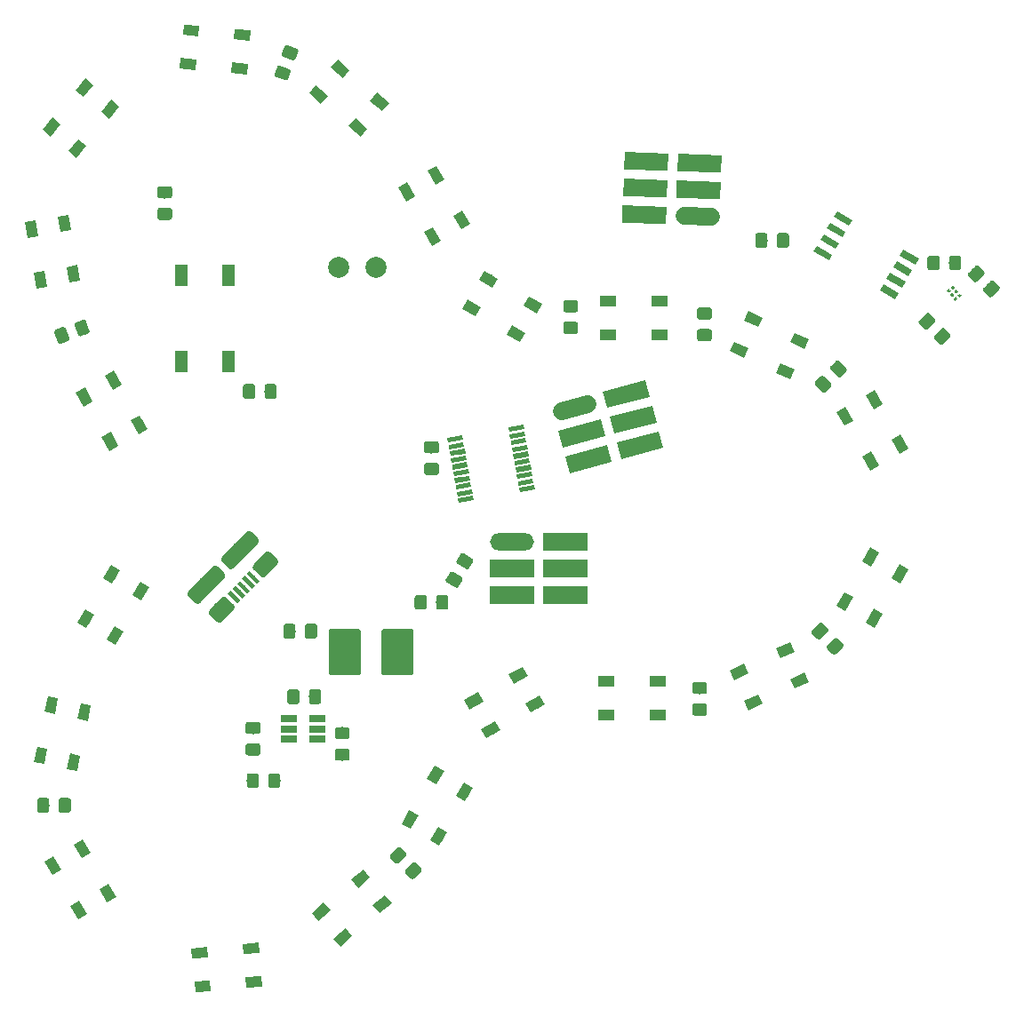
<source format=gbr>
G04 #@! TF.GenerationSoftware,KiCad,Pcbnew,(5.1.4)-1*
G04 #@! TF.CreationDate,2019-12-24T18:48:46-08:00*
G04 #@! TF.ProjectId,tensigral_lamp_hardware,74656e73-6967-4726-916c-5f6c616d705f,rev?*
G04 #@! TF.SameCoordinates,Original*
G04 #@! TF.FileFunction,Paste,Top*
G04 #@! TF.FilePolarity,Positive*
%FSLAX46Y46*%
G04 Gerber Fmt 4.6, Leading zero omitted, Abs format (unit mm)*
G04 Created by KiCad (PCBNEW (5.1.4)-1) date 2019-12-24 18:48:46*
%MOMM*%
%LPD*%
G04 APERTURE LIST*
%ADD10C,1.651000*%
%ADD11C,0.100000*%
%ADD12C,1.651000*%
%ADD13C,1.150000*%
%ADD14R,1.500000X1.000000*%
%ADD15C,1.000000*%
%ADD16C,0.450000*%
%ADD17R,4.191000X1.651000*%
%ADD18O,4.191000X1.651000*%
%ADD19C,3.025000*%
%ADD20R,1.300000X2.000000*%
%ADD21R,1.560000X0.650000*%
%ADD22C,0.650000*%
%ADD23C,2.000000*%
%ADD24C,0.300000*%
%ADD25C,1.600000*%
%ADD26C,1.560000*%
%ADD27C,0.390000*%
G04 APERTURE END LIST*
D10*
X73796051Y-54389148D03*
D11*
G36*
X71558298Y-54134132D02*
G01*
X75606493Y-53049421D01*
X76033804Y-54644164D01*
X71985609Y-55728875D01*
X71558298Y-54134132D01*
X71558298Y-54134132D01*
G37*
D10*
X74453452Y-56842600D03*
D11*
G36*
X72215699Y-56587584D02*
G01*
X76263894Y-55502873D01*
X76691205Y-57097616D01*
X72643010Y-58182327D01*
X72215699Y-56587584D01*
X72215699Y-56587584D01*
G37*
D10*
X75110852Y-59296051D03*
D11*
G36*
X72873099Y-59041035D02*
G01*
X76921294Y-57956324D01*
X77348605Y-59551067D01*
X73300410Y-60635778D01*
X72873099Y-59041035D01*
X72873099Y-59041035D01*
G37*
D10*
X68889148Y-55703949D03*
D12*
X70115874Y-55375249D02*
X67662422Y-56032649D01*
D10*
X69546548Y-58157400D03*
D11*
G36*
X67308795Y-57902384D02*
G01*
X71356990Y-56817673D01*
X71784301Y-58412416D01*
X67736106Y-59497127D01*
X67308795Y-57902384D01*
X67308795Y-57902384D01*
G37*
D10*
X70203949Y-60610852D03*
D11*
G36*
X67966196Y-60355836D02*
G01*
X72014391Y-59271125D01*
X72441702Y-60865868D01*
X68393507Y-61950579D01*
X67966196Y-60355836D01*
X67966196Y-60355836D01*
G37*
G36*
X20674505Y-92901204D02*
G01*
X20698773Y-92904804D01*
X20722572Y-92910765D01*
X20745671Y-92919030D01*
X20767850Y-92929520D01*
X20788893Y-92942132D01*
X20808599Y-92956747D01*
X20826777Y-92973223D01*
X20843253Y-92991401D01*
X20857868Y-93011107D01*
X20870480Y-93032150D01*
X20880970Y-93054329D01*
X20889235Y-93077428D01*
X20895196Y-93101227D01*
X20898796Y-93125495D01*
X20900000Y-93149999D01*
X20900000Y-94050001D01*
X20898796Y-94074505D01*
X20895196Y-94098773D01*
X20889235Y-94122572D01*
X20880970Y-94145671D01*
X20870480Y-94167850D01*
X20857868Y-94188893D01*
X20843253Y-94208599D01*
X20826777Y-94226777D01*
X20808599Y-94243253D01*
X20788893Y-94257868D01*
X20767850Y-94270480D01*
X20745671Y-94280970D01*
X20722572Y-94289235D01*
X20698773Y-94295196D01*
X20674505Y-94298796D01*
X20650001Y-94300000D01*
X19999999Y-94300000D01*
X19975495Y-94298796D01*
X19951227Y-94295196D01*
X19927428Y-94289235D01*
X19904329Y-94280970D01*
X19882150Y-94270480D01*
X19861107Y-94257868D01*
X19841401Y-94243253D01*
X19823223Y-94226777D01*
X19806747Y-94208599D01*
X19792132Y-94188893D01*
X19779520Y-94167850D01*
X19769030Y-94145671D01*
X19760765Y-94122572D01*
X19754804Y-94098773D01*
X19751204Y-94074505D01*
X19750000Y-94050001D01*
X19750000Y-93149999D01*
X19751204Y-93125495D01*
X19754804Y-93101227D01*
X19760765Y-93077428D01*
X19769030Y-93054329D01*
X19779520Y-93032150D01*
X19792132Y-93011107D01*
X19806747Y-92991401D01*
X19823223Y-92973223D01*
X19841401Y-92956747D01*
X19861107Y-92942132D01*
X19882150Y-92929520D01*
X19904329Y-92919030D01*
X19927428Y-92910765D01*
X19951227Y-92904804D01*
X19975495Y-92901204D01*
X19999999Y-92900000D01*
X20650001Y-92900000D01*
X20674505Y-92901204D01*
X20674505Y-92901204D01*
G37*
D13*
X20325000Y-93600000D03*
D11*
G36*
X18624505Y-92901204D02*
G01*
X18648773Y-92904804D01*
X18672572Y-92910765D01*
X18695671Y-92919030D01*
X18717850Y-92929520D01*
X18738893Y-92942132D01*
X18758599Y-92956747D01*
X18776777Y-92973223D01*
X18793253Y-92991401D01*
X18807868Y-93011107D01*
X18820480Y-93032150D01*
X18830970Y-93054329D01*
X18839235Y-93077428D01*
X18845196Y-93101227D01*
X18848796Y-93125495D01*
X18850000Y-93149999D01*
X18850000Y-94050001D01*
X18848796Y-94074505D01*
X18845196Y-94098773D01*
X18839235Y-94122572D01*
X18830970Y-94145671D01*
X18820480Y-94167850D01*
X18807868Y-94188893D01*
X18793253Y-94208599D01*
X18776777Y-94226777D01*
X18758599Y-94243253D01*
X18738893Y-94257868D01*
X18717850Y-94270480D01*
X18695671Y-94280970D01*
X18672572Y-94289235D01*
X18648773Y-94295196D01*
X18624505Y-94298796D01*
X18600001Y-94300000D01*
X17949999Y-94300000D01*
X17925495Y-94298796D01*
X17901227Y-94295196D01*
X17877428Y-94289235D01*
X17854329Y-94280970D01*
X17832150Y-94270480D01*
X17811107Y-94257868D01*
X17791401Y-94243253D01*
X17773223Y-94226777D01*
X17756747Y-94208599D01*
X17742132Y-94188893D01*
X17729520Y-94167850D01*
X17719030Y-94145671D01*
X17710765Y-94122572D01*
X17704804Y-94098773D01*
X17701204Y-94074505D01*
X17700000Y-94050001D01*
X17700000Y-93149999D01*
X17701204Y-93125495D01*
X17704804Y-93101227D01*
X17710765Y-93077428D01*
X17719030Y-93054329D01*
X17729520Y-93032150D01*
X17742132Y-93011107D01*
X17756747Y-92991401D01*
X17773223Y-92973223D01*
X17791401Y-92956747D01*
X17811107Y-92942132D01*
X17832150Y-92929520D01*
X17854329Y-92919030D01*
X17877428Y-92910765D01*
X17901227Y-92904804D01*
X17925495Y-92901204D01*
X17949999Y-92900000D01*
X18600001Y-92900000D01*
X18624505Y-92901204D01*
X18624505Y-92901204D01*
G37*
D13*
X18275000Y-93600000D03*
D11*
G36*
X93936116Y-51203196D02*
G01*
X93960384Y-51206796D01*
X93984183Y-51212757D01*
X94007282Y-51221022D01*
X94029461Y-51231512D01*
X94050504Y-51244124D01*
X94070210Y-51258739D01*
X94088388Y-51275215D01*
X94724785Y-51911612D01*
X94741261Y-51929790D01*
X94755876Y-51949496D01*
X94768488Y-51970539D01*
X94778978Y-51992718D01*
X94787243Y-52015817D01*
X94793204Y-52039616D01*
X94796804Y-52063884D01*
X94798008Y-52088388D01*
X94796804Y-52112892D01*
X94793204Y-52137160D01*
X94787243Y-52160959D01*
X94778978Y-52184058D01*
X94768488Y-52206237D01*
X94755876Y-52227280D01*
X94741261Y-52246986D01*
X94724785Y-52265164D01*
X94265164Y-52724785D01*
X94246986Y-52741261D01*
X94227280Y-52755876D01*
X94206237Y-52768488D01*
X94184058Y-52778978D01*
X94160959Y-52787243D01*
X94137160Y-52793204D01*
X94112892Y-52796804D01*
X94088388Y-52798008D01*
X94063884Y-52796804D01*
X94039616Y-52793204D01*
X94015817Y-52787243D01*
X93992718Y-52778978D01*
X93970539Y-52768488D01*
X93949496Y-52755876D01*
X93929790Y-52741261D01*
X93911612Y-52724785D01*
X93275215Y-52088388D01*
X93258739Y-52070210D01*
X93244124Y-52050504D01*
X93231512Y-52029461D01*
X93221022Y-52007282D01*
X93212757Y-51984183D01*
X93206796Y-51960384D01*
X93203196Y-51936116D01*
X93201992Y-51911612D01*
X93203196Y-51887108D01*
X93206796Y-51862840D01*
X93212757Y-51839041D01*
X93221022Y-51815942D01*
X93231512Y-51793763D01*
X93244124Y-51772720D01*
X93258739Y-51753014D01*
X93275215Y-51734836D01*
X93734836Y-51275215D01*
X93753014Y-51258739D01*
X93772720Y-51244124D01*
X93793763Y-51231512D01*
X93815942Y-51221022D01*
X93839041Y-51212757D01*
X93862840Y-51206796D01*
X93887108Y-51203196D01*
X93911612Y-51201992D01*
X93936116Y-51203196D01*
X93936116Y-51203196D01*
G37*
D13*
X94000000Y-52000000D03*
D11*
G36*
X92486548Y-52652764D02*
G01*
X92510816Y-52656364D01*
X92534615Y-52662325D01*
X92557714Y-52670590D01*
X92579893Y-52681080D01*
X92600936Y-52693692D01*
X92620642Y-52708307D01*
X92638820Y-52724783D01*
X93275217Y-53361180D01*
X93291693Y-53379358D01*
X93306308Y-53399064D01*
X93318920Y-53420107D01*
X93329410Y-53442286D01*
X93337675Y-53465385D01*
X93343636Y-53489184D01*
X93347236Y-53513452D01*
X93348440Y-53537956D01*
X93347236Y-53562460D01*
X93343636Y-53586728D01*
X93337675Y-53610527D01*
X93329410Y-53633626D01*
X93318920Y-53655805D01*
X93306308Y-53676848D01*
X93291693Y-53696554D01*
X93275217Y-53714732D01*
X92815596Y-54174353D01*
X92797418Y-54190829D01*
X92777712Y-54205444D01*
X92756669Y-54218056D01*
X92734490Y-54228546D01*
X92711391Y-54236811D01*
X92687592Y-54242772D01*
X92663324Y-54246372D01*
X92638820Y-54247576D01*
X92614316Y-54246372D01*
X92590048Y-54242772D01*
X92566249Y-54236811D01*
X92543150Y-54228546D01*
X92520971Y-54218056D01*
X92499928Y-54205444D01*
X92480222Y-54190829D01*
X92462044Y-54174353D01*
X91825647Y-53537956D01*
X91809171Y-53519778D01*
X91794556Y-53500072D01*
X91781944Y-53479029D01*
X91771454Y-53456850D01*
X91763189Y-53433751D01*
X91757228Y-53409952D01*
X91753628Y-53385684D01*
X91752424Y-53361180D01*
X91753628Y-53336676D01*
X91757228Y-53312408D01*
X91763189Y-53288609D01*
X91771454Y-53265510D01*
X91781944Y-53243331D01*
X91794556Y-53222288D01*
X91809171Y-53202582D01*
X91825647Y-53184404D01*
X92285268Y-52724783D01*
X92303446Y-52708307D01*
X92323152Y-52693692D01*
X92344195Y-52681080D01*
X92366374Y-52670590D01*
X92389473Y-52662325D01*
X92413272Y-52656364D01*
X92437540Y-52652764D01*
X92462044Y-52651560D01*
X92486548Y-52652764D01*
X92486548Y-52652764D01*
G37*
D13*
X92550432Y-53449568D03*
D11*
G36*
X68974505Y-47501204D02*
G01*
X68998773Y-47504804D01*
X69022572Y-47510765D01*
X69045671Y-47519030D01*
X69067850Y-47529520D01*
X69088893Y-47542132D01*
X69108599Y-47556747D01*
X69126777Y-47573223D01*
X69143253Y-47591401D01*
X69157868Y-47611107D01*
X69170480Y-47632150D01*
X69180970Y-47654329D01*
X69189235Y-47677428D01*
X69195196Y-47701227D01*
X69198796Y-47725495D01*
X69200000Y-47749999D01*
X69200000Y-48400001D01*
X69198796Y-48424505D01*
X69195196Y-48448773D01*
X69189235Y-48472572D01*
X69180970Y-48495671D01*
X69170480Y-48517850D01*
X69157868Y-48538893D01*
X69143253Y-48558599D01*
X69126777Y-48576777D01*
X69108599Y-48593253D01*
X69088893Y-48607868D01*
X69067850Y-48620480D01*
X69045671Y-48630970D01*
X69022572Y-48639235D01*
X68998773Y-48645196D01*
X68974505Y-48648796D01*
X68950001Y-48650000D01*
X68049999Y-48650000D01*
X68025495Y-48648796D01*
X68001227Y-48645196D01*
X67977428Y-48639235D01*
X67954329Y-48630970D01*
X67932150Y-48620480D01*
X67911107Y-48607868D01*
X67891401Y-48593253D01*
X67873223Y-48576777D01*
X67856747Y-48558599D01*
X67842132Y-48538893D01*
X67829520Y-48517850D01*
X67819030Y-48495671D01*
X67810765Y-48472572D01*
X67804804Y-48448773D01*
X67801204Y-48424505D01*
X67800000Y-48400001D01*
X67800000Y-47749999D01*
X67801204Y-47725495D01*
X67804804Y-47701227D01*
X67810765Y-47677428D01*
X67819030Y-47654329D01*
X67829520Y-47632150D01*
X67842132Y-47611107D01*
X67856747Y-47591401D01*
X67873223Y-47573223D01*
X67891401Y-47556747D01*
X67911107Y-47542132D01*
X67932150Y-47529520D01*
X67954329Y-47519030D01*
X67977428Y-47510765D01*
X68001227Y-47504804D01*
X68025495Y-47501204D01*
X68049999Y-47500000D01*
X68950001Y-47500000D01*
X68974505Y-47501204D01*
X68974505Y-47501204D01*
G37*
D13*
X68500000Y-48075000D03*
D11*
G36*
X68974505Y-45451204D02*
G01*
X68998773Y-45454804D01*
X69022572Y-45460765D01*
X69045671Y-45469030D01*
X69067850Y-45479520D01*
X69088893Y-45492132D01*
X69108599Y-45506747D01*
X69126777Y-45523223D01*
X69143253Y-45541401D01*
X69157868Y-45561107D01*
X69170480Y-45582150D01*
X69180970Y-45604329D01*
X69189235Y-45627428D01*
X69195196Y-45651227D01*
X69198796Y-45675495D01*
X69200000Y-45699999D01*
X69200000Y-46350001D01*
X69198796Y-46374505D01*
X69195196Y-46398773D01*
X69189235Y-46422572D01*
X69180970Y-46445671D01*
X69170480Y-46467850D01*
X69157868Y-46488893D01*
X69143253Y-46508599D01*
X69126777Y-46526777D01*
X69108599Y-46543253D01*
X69088893Y-46557868D01*
X69067850Y-46570480D01*
X69045671Y-46580970D01*
X69022572Y-46589235D01*
X68998773Y-46595196D01*
X68974505Y-46598796D01*
X68950001Y-46600000D01*
X68049999Y-46600000D01*
X68025495Y-46598796D01*
X68001227Y-46595196D01*
X67977428Y-46589235D01*
X67954329Y-46580970D01*
X67932150Y-46570480D01*
X67911107Y-46557868D01*
X67891401Y-46543253D01*
X67873223Y-46526777D01*
X67856747Y-46508599D01*
X67842132Y-46488893D01*
X67829520Y-46467850D01*
X67819030Y-46445671D01*
X67810765Y-46422572D01*
X67804804Y-46398773D01*
X67801204Y-46374505D01*
X67800000Y-46350001D01*
X67800000Y-45699999D01*
X67801204Y-45675495D01*
X67804804Y-45651227D01*
X67810765Y-45627428D01*
X67819030Y-45604329D01*
X67829520Y-45582150D01*
X67842132Y-45561107D01*
X67856747Y-45541401D01*
X67873223Y-45523223D01*
X67891401Y-45506747D01*
X67911107Y-45492132D01*
X67932150Y-45479520D01*
X67954329Y-45469030D01*
X67977428Y-45460765D01*
X68001227Y-45454804D01*
X68025495Y-45451204D01*
X68049999Y-45450000D01*
X68950001Y-45450000D01*
X68974505Y-45451204D01*
X68974505Y-45451204D01*
G37*
D13*
X68500000Y-46025000D03*
D11*
G36*
X53637676Y-99027980D02*
G01*
X53661944Y-99031580D01*
X53685743Y-99037541D01*
X53708842Y-99045806D01*
X53731021Y-99056296D01*
X53752064Y-99068908D01*
X53771770Y-99083523D01*
X53789948Y-99099999D01*
X54249569Y-99559620D01*
X54266045Y-99577798D01*
X54280660Y-99597504D01*
X54293272Y-99618547D01*
X54303762Y-99640726D01*
X54312027Y-99663825D01*
X54317988Y-99687624D01*
X54321588Y-99711892D01*
X54322792Y-99736396D01*
X54321588Y-99760900D01*
X54317988Y-99785168D01*
X54312027Y-99808967D01*
X54303762Y-99832066D01*
X54293272Y-99854245D01*
X54280660Y-99875288D01*
X54266045Y-99894994D01*
X54249569Y-99913172D01*
X53613172Y-100549569D01*
X53594994Y-100566045D01*
X53575288Y-100580660D01*
X53554245Y-100593272D01*
X53532066Y-100603762D01*
X53508967Y-100612027D01*
X53485168Y-100617988D01*
X53460900Y-100621588D01*
X53436396Y-100622792D01*
X53411892Y-100621588D01*
X53387624Y-100617988D01*
X53363825Y-100612027D01*
X53340726Y-100603762D01*
X53318547Y-100593272D01*
X53297504Y-100580660D01*
X53277798Y-100566045D01*
X53259620Y-100549569D01*
X52799999Y-100089948D01*
X52783523Y-100071770D01*
X52768908Y-100052064D01*
X52756296Y-100031021D01*
X52745806Y-100008842D01*
X52737541Y-99985743D01*
X52731580Y-99961944D01*
X52727980Y-99937676D01*
X52726776Y-99913172D01*
X52727980Y-99888668D01*
X52731580Y-99864400D01*
X52737541Y-99840601D01*
X52745806Y-99817502D01*
X52756296Y-99795323D01*
X52768908Y-99774280D01*
X52783523Y-99754574D01*
X52799999Y-99736396D01*
X53436396Y-99099999D01*
X53454574Y-99083523D01*
X53474280Y-99068908D01*
X53495323Y-99056296D01*
X53517502Y-99045806D01*
X53540601Y-99037541D01*
X53564400Y-99031580D01*
X53588668Y-99027980D01*
X53613172Y-99026776D01*
X53637676Y-99027980D01*
X53637676Y-99027980D01*
G37*
D13*
X53524784Y-99824784D03*
D11*
G36*
X52188108Y-97578412D02*
G01*
X52212376Y-97582012D01*
X52236175Y-97587973D01*
X52259274Y-97596238D01*
X52281453Y-97606728D01*
X52302496Y-97619340D01*
X52322202Y-97633955D01*
X52340380Y-97650431D01*
X52800001Y-98110052D01*
X52816477Y-98128230D01*
X52831092Y-98147936D01*
X52843704Y-98168979D01*
X52854194Y-98191158D01*
X52862459Y-98214257D01*
X52868420Y-98238056D01*
X52872020Y-98262324D01*
X52873224Y-98286828D01*
X52872020Y-98311332D01*
X52868420Y-98335600D01*
X52862459Y-98359399D01*
X52854194Y-98382498D01*
X52843704Y-98404677D01*
X52831092Y-98425720D01*
X52816477Y-98445426D01*
X52800001Y-98463604D01*
X52163604Y-99100001D01*
X52145426Y-99116477D01*
X52125720Y-99131092D01*
X52104677Y-99143704D01*
X52082498Y-99154194D01*
X52059399Y-99162459D01*
X52035600Y-99168420D01*
X52011332Y-99172020D01*
X51986828Y-99173224D01*
X51962324Y-99172020D01*
X51938056Y-99168420D01*
X51914257Y-99162459D01*
X51891158Y-99154194D01*
X51868979Y-99143704D01*
X51847936Y-99131092D01*
X51828230Y-99116477D01*
X51810052Y-99100001D01*
X51350431Y-98640380D01*
X51333955Y-98622202D01*
X51319340Y-98602496D01*
X51306728Y-98581453D01*
X51296238Y-98559274D01*
X51287973Y-98536175D01*
X51282012Y-98512376D01*
X51278412Y-98488108D01*
X51277208Y-98463604D01*
X51278412Y-98439100D01*
X51282012Y-98414832D01*
X51287973Y-98391033D01*
X51296238Y-98367934D01*
X51306728Y-98345755D01*
X51319340Y-98324712D01*
X51333955Y-98305006D01*
X51350431Y-98286828D01*
X51986828Y-97650431D01*
X52005006Y-97633955D01*
X52024712Y-97619340D01*
X52045755Y-97606728D01*
X52067934Y-97596238D01*
X52091033Y-97587973D01*
X52114832Y-97582012D01*
X52139100Y-97578412D01*
X52163604Y-97577208D01*
X52188108Y-97578412D01*
X52188108Y-97578412D01*
G37*
D13*
X52075216Y-98375216D03*
D11*
G36*
X40776568Y-23079032D02*
G01*
X40800970Y-23081570D01*
X40825006Y-23086487D01*
X40848443Y-23093737D01*
X41694169Y-23401555D01*
X41716784Y-23411067D01*
X41738358Y-23422750D01*
X41758682Y-23436491D01*
X41777562Y-23452158D01*
X41794815Y-23469601D01*
X41810275Y-23488650D01*
X41823794Y-23509123D01*
X41835241Y-23530823D01*
X41844506Y-23553540D01*
X41851499Y-23577055D01*
X41856154Y-23601144D01*
X41858426Y-23625572D01*
X41858292Y-23650105D01*
X41855754Y-23674507D01*
X41850837Y-23698543D01*
X41843587Y-23721982D01*
X41621273Y-24332784D01*
X41611761Y-24355398D01*
X41600078Y-24376972D01*
X41586337Y-24397296D01*
X41570670Y-24416176D01*
X41553227Y-24433429D01*
X41534178Y-24448889D01*
X41513705Y-24462408D01*
X41492005Y-24473855D01*
X41469288Y-24483120D01*
X41445772Y-24490114D01*
X41421684Y-24494769D01*
X41397256Y-24497040D01*
X41372722Y-24496906D01*
X41348320Y-24494368D01*
X41324284Y-24489451D01*
X41300847Y-24482201D01*
X40455121Y-24174383D01*
X40432506Y-24164871D01*
X40410932Y-24153188D01*
X40390608Y-24139447D01*
X40371728Y-24123780D01*
X40354475Y-24106337D01*
X40339015Y-24087288D01*
X40325496Y-24066815D01*
X40314049Y-24045115D01*
X40304784Y-24022398D01*
X40297791Y-23998883D01*
X40293136Y-23974794D01*
X40290864Y-23950366D01*
X40290998Y-23925833D01*
X40293536Y-23901431D01*
X40298453Y-23877395D01*
X40305703Y-23853956D01*
X40528017Y-23243154D01*
X40537529Y-23220540D01*
X40549212Y-23198966D01*
X40562953Y-23178642D01*
X40578620Y-23159762D01*
X40596063Y-23142509D01*
X40615112Y-23127049D01*
X40635585Y-23113530D01*
X40657285Y-23102083D01*
X40680002Y-23092818D01*
X40703518Y-23085824D01*
X40727606Y-23081169D01*
X40752034Y-23078898D01*
X40776568Y-23079032D01*
X40776568Y-23079032D01*
G37*
D13*
X41074645Y-23787969D03*
D11*
G36*
X41477710Y-21152662D02*
G01*
X41502112Y-21155200D01*
X41526148Y-21160117D01*
X41549585Y-21167367D01*
X42395311Y-21475185D01*
X42417926Y-21484697D01*
X42439500Y-21496380D01*
X42459824Y-21510121D01*
X42478704Y-21525788D01*
X42495957Y-21543231D01*
X42511417Y-21562280D01*
X42524936Y-21582753D01*
X42536383Y-21604453D01*
X42545648Y-21627170D01*
X42552641Y-21650685D01*
X42557296Y-21674774D01*
X42559568Y-21699202D01*
X42559434Y-21723735D01*
X42556896Y-21748137D01*
X42551979Y-21772173D01*
X42544729Y-21795612D01*
X42322415Y-22406414D01*
X42312903Y-22429028D01*
X42301220Y-22450602D01*
X42287479Y-22470926D01*
X42271812Y-22489806D01*
X42254369Y-22507059D01*
X42235320Y-22522519D01*
X42214847Y-22536038D01*
X42193147Y-22547485D01*
X42170430Y-22556750D01*
X42146914Y-22563744D01*
X42122826Y-22568399D01*
X42098398Y-22570670D01*
X42073864Y-22570536D01*
X42049462Y-22567998D01*
X42025426Y-22563081D01*
X42001989Y-22555831D01*
X41156263Y-22248013D01*
X41133648Y-22238501D01*
X41112074Y-22226818D01*
X41091750Y-22213077D01*
X41072870Y-22197410D01*
X41055617Y-22179967D01*
X41040157Y-22160918D01*
X41026638Y-22140445D01*
X41015191Y-22118745D01*
X41005926Y-22096028D01*
X40998933Y-22072513D01*
X40994278Y-22048424D01*
X40992006Y-22023996D01*
X40992140Y-21999463D01*
X40994678Y-21975061D01*
X40999595Y-21951025D01*
X41006845Y-21927586D01*
X41229159Y-21316784D01*
X41238671Y-21294170D01*
X41250354Y-21272596D01*
X41264095Y-21252272D01*
X41279762Y-21233392D01*
X41297205Y-21216139D01*
X41316254Y-21200679D01*
X41336727Y-21187160D01*
X41358427Y-21175713D01*
X41381144Y-21166448D01*
X41404660Y-21159454D01*
X41428748Y-21154799D01*
X41453176Y-21152528D01*
X41477710Y-21152662D01*
X41477710Y-21152662D01*
G37*
D13*
X41775787Y-21861599D03*
D11*
G36*
X93812460Y-77652764D02*
G01*
X93836728Y-77656364D01*
X93860527Y-77662325D01*
X93883626Y-77670590D01*
X93905805Y-77681080D01*
X93926848Y-77693692D01*
X93946554Y-77708307D01*
X93964732Y-77724783D01*
X94424353Y-78184404D01*
X94440829Y-78202582D01*
X94455444Y-78222288D01*
X94468056Y-78243331D01*
X94478546Y-78265510D01*
X94486811Y-78288609D01*
X94492772Y-78312408D01*
X94496372Y-78336676D01*
X94497576Y-78361180D01*
X94496372Y-78385684D01*
X94492772Y-78409952D01*
X94486811Y-78433751D01*
X94478546Y-78456850D01*
X94468056Y-78479029D01*
X94455444Y-78500072D01*
X94440829Y-78519778D01*
X94424353Y-78537956D01*
X93787956Y-79174353D01*
X93769778Y-79190829D01*
X93750072Y-79205444D01*
X93729029Y-79218056D01*
X93706850Y-79228546D01*
X93683751Y-79236811D01*
X93659952Y-79242772D01*
X93635684Y-79246372D01*
X93611180Y-79247576D01*
X93586676Y-79246372D01*
X93562408Y-79242772D01*
X93538609Y-79236811D01*
X93515510Y-79228546D01*
X93493331Y-79218056D01*
X93472288Y-79205444D01*
X93452582Y-79190829D01*
X93434404Y-79174353D01*
X92974783Y-78714732D01*
X92958307Y-78696554D01*
X92943692Y-78676848D01*
X92931080Y-78655805D01*
X92920590Y-78633626D01*
X92912325Y-78610527D01*
X92906364Y-78586728D01*
X92902764Y-78562460D01*
X92901560Y-78537956D01*
X92902764Y-78513452D01*
X92906364Y-78489184D01*
X92912325Y-78465385D01*
X92920590Y-78442286D01*
X92931080Y-78420107D01*
X92943692Y-78399064D01*
X92958307Y-78379358D01*
X92974783Y-78361180D01*
X93611180Y-77724783D01*
X93629358Y-77708307D01*
X93649064Y-77693692D01*
X93670107Y-77681080D01*
X93692286Y-77670590D01*
X93715385Y-77662325D01*
X93739184Y-77656364D01*
X93763452Y-77652764D01*
X93787956Y-77651560D01*
X93812460Y-77652764D01*
X93812460Y-77652764D01*
G37*
D13*
X93699568Y-78449568D03*
D11*
G36*
X92362892Y-76203196D02*
G01*
X92387160Y-76206796D01*
X92410959Y-76212757D01*
X92434058Y-76221022D01*
X92456237Y-76231512D01*
X92477280Y-76244124D01*
X92496986Y-76258739D01*
X92515164Y-76275215D01*
X92974785Y-76734836D01*
X92991261Y-76753014D01*
X93005876Y-76772720D01*
X93018488Y-76793763D01*
X93028978Y-76815942D01*
X93037243Y-76839041D01*
X93043204Y-76862840D01*
X93046804Y-76887108D01*
X93048008Y-76911612D01*
X93046804Y-76936116D01*
X93043204Y-76960384D01*
X93037243Y-76984183D01*
X93028978Y-77007282D01*
X93018488Y-77029461D01*
X93005876Y-77050504D01*
X92991261Y-77070210D01*
X92974785Y-77088388D01*
X92338388Y-77724785D01*
X92320210Y-77741261D01*
X92300504Y-77755876D01*
X92279461Y-77768488D01*
X92257282Y-77778978D01*
X92234183Y-77787243D01*
X92210384Y-77793204D01*
X92186116Y-77796804D01*
X92161612Y-77798008D01*
X92137108Y-77796804D01*
X92112840Y-77793204D01*
X92089041Y-77787243D01*
X92065942Y-77778978D01*
X92043763Y-77768488D01*
X92022720Y-77755876D01*
X92003014Y-77741261D01*
X91984836Y-77724785D01*
X91525215Y-77265164D01*
X91508739Y-77246986D01*
X91494124Y-77227280D01*
X91481512Y-77206237D01*
X91471022Y-77184058D01*
X91462757Y-77160959D01*
X91456796Y-77137160D01*
X91453196Y-77112892D01*
X91451992Y-77088388D01*
X91453196Y-77063884D01*
X91456796Y-77039616D01*
X91462757Y-77015817D01*
X91471022Y-76992718D01*
X91481512Y-76970539D01*
X91494124Y-76949496D01*
X91508739Y-76929790D01*
X91525215Y-76911612D01*
X92161612Y-76275215D01*
X92179790Y-76258739D01*
X92199496Y-76244124D01*
X92220539Y-76231512D01*
X92242718Y-76221022D01*
X92265817Y-76212757D01*
X92289616Y-76206796D01*
X92313884Y-76203196D01*
X92338388Y-76201992D01*
X92362892Y-76203196D01*
X92362892Y-76203196D01*
G37*
D13*
X92250000Y-77000000D03*
D11*
G36*
X81274505Y-81851204D02*
G01*
X81298773Y-81854804D01*
X81322572Y-81860765D01*
X81345671Y-81869030D01*
X81367850Y-81879520D01*
X81388893Y-81892132D01*
X81408599Y-81906747D01*
X81426777Y-81923223D01*
X81443253Y-81941401D01*
X81457868Y-81961107D01*
X81470480Y-81982150D01*
X81480970Y-82004329D01*
X81489235Y-82027428D01*
X81495196Y-82051227D01*
X81498796Y-82075495D01*
X81500000Y-82099999D01*
X81500000Y-82750001D01*
X81498796Y-82774505D01*
X81495196Y-82798773D01*
X81489235Y-82822572D01*
X81480970Y-82845671D01*
X81470480Y-82867850D01*
X81457868Y-82888893D01*
X81443253Y-82908599D01*
X81426777Y-82926777D01*
X81408599Y-82943253D01*
X81388893Y-82957868D01*
X81367850Y-82970480D01*
X81345671Y-82980970D01*
X81322572Y-82989235D01*
X81298773Y-82995196D01*
X81274505Y-82998796D01*
X81250001Y-83000000D01*
X80349999Y-83000000D01*
X80325495Y-82998796D01*
X80301227Y-82995196D01*
X80277428Y-82989235D01*
X80254329Y-82980970D01*
X80232150Y-82970480D01*
X80211107Y-82957868D01*
X80191401Y-82943253D01*
X80173223Y-82926777D01*
X80156747Y-82908599D01*
X80142132Y-82888893D01*
X80129520Y-82867850D01*
X80119030Y-82845671D01*
X80110765Y-82822572D01*
X80104804Y-82798773D01*
X80101204Y-82774505D01*
X80100000Y-82750001D01*
X80100000Y-82099999D01*
X80101204Y-82075495D01*
X80104804Y-82051227D01*
X80110765Y-82027428D01*
X80119030Y-82004329D01*
X80129520Y-81982150D01*
X80142132Y-81961107D01*
X80156747Y-81941401D01*
X80173223Y-81923223D01*
X80191401Y-81906747D01*
X80211107Y-81892132D01*
X80232150Y-81879520D01*
X80254329Y-81869030D01*
X80277428Y-81860765D01*
X80301227Y-81854804D01*
X80325495Y-81851204D01*
X80349999Y-81850000D01*
X81250001Y-81850000D01*
X81274505Y-81851204D01*
X81274505Y-81851204D01*
G37*
D13*
X80800000Y-82425000D03*
D11*
G36*
X81274505Y-83901204D02*
G01*
X81298773Y-83904804D01*
X81322572Y-83910765D01*
X81345671Y-83919030D01*
X81367850Y-83929520D01*
X81388893Y-83942132D01*
X81408599Y-83956747D01*
X81426777Y-83973223D01*
X81443253Y-83991401D01*
X81457868Y-84011107D01*
X81470480Y-84032150D01*
X81480970Y-84054329D01*
X81489235Y-84077428D01*
X81495196Y-84101227D01*
X81498796Y-84125495D01*
X81500000Y-84149999D01*
X81500000Y-84800001D01*
X81498796Y-84824505D01*
X81495196Y-84848773D01*
X81489235Y-84872572D01*
X81480970Y-84895671D01*
X81470480Y-84917850D01*
X81457868Y-84938893D01*
X81443253Y-84958599D01*
X81426777Y-84976777D01*
X81408599Y-84993253D01*
X81388893Y-85007868D01*
X81367850Y-85020480D01*
X81345671Y-85030970D01*
X81322572Y-85039235D01*
X81298773Y-85045196D01*
X81274505Y-85048796D01*
X81250001Y-85050000D01*
X80349999Y-85050000D01*
X80325495Y-85048796D01*
X80301227Y-85045196D01*
X80277428Y-85039235D01*
X80254329Y-85030970D01*
X80232150Y-85020480D01*
X80211107Y-85007868D01*
X80191401Y-84993253D01*
X80173223Y-84976777D01*
X80156747Y-84958599D01*
X80142132Y-84938893D01*
X80129520Y-84917850D01*
X80119030Y-84895671D01*
X80110765Y-84872572D01*
X80104804Y-84848773D01*
X80101204Y-84824505D01*
X80100000Y-84800001D01*
X80100000Y-84149999D01*
X80101204Y-84125495D01*
X80104804Y-84101227D01*
X80110765Y-84077428D01*
X80119030Y-84054329D01*
X80129520Y-84032150D01*
X80142132Y-84011107D01*
X80156747Y-83991401D01*
X80173223Y-83973223D01*
X80191401Y-83956747D01*
X80211107Y-83942132D01*
X80232150Y-83929520D01*
X80254329Y-83919030D01*
X80277428Y-83910765D01*
X80301227Y-83904804D01*
X80325495Y-83901204D01*
X80349999Y-83900000D01*
X81250001Y-83900000D01*
X81274505Y-83901204D01*
X81274505Y-83901204D01*
G37*
D13*
X80800000Y-84475000D03*
D11*
G36*
X20223640Y-48019061D02*
G01*
X20247728Y-48023716D01*
X20271244Y-48030710D01*
X20293961Y-48039975D01*
X20315661Y-48051422D01*
X20336134Y-48064941D01*
X20355183Y-48080401D01*
X20372626Y-48097654D01*
X20388293Y-48116534D01*
X20402034Y-48136858D01*
X20413717Y-48158432D01*
X20423229Y-48181047D01*
X20731047Y-49026773D01*
X20738297Y-49050211D01*
X20743214Y-49074247D01*
X20745752Y-49098649D01*
X20745886Y-49123182D01*
X20743614Y-49147610D01*
X20738959Y-49171699D01*
X20731966Y-49195214D01*
X20722701Y-49217931D01*
X20711254Y-49239631D01*
X20697735Y-49260104D01*
X20682275Y-49279153D01*
X20665022Y-49296596D01*
X20646142Y-49312263D01*
X20625818Y-49326004D01*
X20604244Y-49337687D01*
X20581630Y-49347199D01*
X19970828Y-49569513D01*
X19947390Y-49576763D01*
X19923354Y-49581680D01*
X19898952Y-49584218D01*
X19874418Y-49584352D01*
X19849990Y-49582081D01*
X19825902Y-49577426D01*
X19802386Y-49570432D01*
X19779669Y-49561167D01*
X19757969Y-49549720D01*
X19737496Y-49536201D01*
X19718447Y-49520741D01*
X19701004Y-49503488D01*
X19685337Y-49484608D01*
X19671596Y-49464284D01*
X19659913Y-49442710D01*
X19650401Y-49420095D01*
X19342583Y-48574369D01*
X19335333Y-48550931D01*
X19330416Y-48526895D01*
X19327878Y-48502493D01*
X19327744Y-48477960D01*
X19330016Y-48453532D01*
X19334671Y-48429443D01*
X19341664Y-48405928D01*
X19350929Y-48383211D01*
X19362376Y-48361511D01*
X19375895Y-48341038D01*
X19391355Y-48321989D01*
X19408608Y-48304546D01*
X19427488Y-48288879D01*
X19447812Y-48275138D01*
X19469386Y-48263455D01*
X19492000Y-48253943D01*
X20102802Y-48031629D01*
X20126240Y-48024379D01*
X20150276Y-48019462D01*
X20174678Y-48016924D01*
X20199212Y-48016790D01*
X20223640Y-48019061D01*
X20223640Y-48019061D01*
G37*
D13*
X20036815Y-48800571D03*
D11*
G36*
X22150010Y-47317919D02*
G01*
X22174098Y-47322574D01*
X22197614Y-47329568D01*
X22220331Y-47338833D01*
X22242031Y-47350280D01*
X22262504Y-47363799D01*
X22281553Y-47379259D01*
X22298996Y-47396512D01*
X22314663Y-47415392D01*
X22328404Y-47435716D01*
X22340087Y-47457290D01*
X22349599Y-47479905D01*
X22657417Y-48325631D01*
X22664667Y-48349069D01*
X22669584Y-48373105D01*
X22672122Y-48397507D01*
X22672256Y-48422040D01*
X22669984Y-48446468D01*
X22665329Y-48470557D01*
X22658336Y-48494072D01*
X22649071Y-48516789D01*
X22637624Y-48538489D01*
X22624105Y-48558962D01*
X22608645Y-48578011D01*
X22591392Y-48595454D01*
X22572512Y-48611121D01*
X22552188Y-48624862D01*
X22530614Y-48636545D01*
X22508000Y-48646057D01*
X21897198Y-48868371D01*
X21873760Y-48875621D01*
X21849724Y-48880538D01*
X21825322Y-48883076D01*
X21800788Y-48883210D01*
X21776360Y-48880939D01*
X21752272Y-48876284D01*
X21728756Y-48869290D01*
X21706039Y-48860025D01*
X21684339Y-48848578D01*
X21663866Y-48835059D01*
X21644817Y-48819599D01*
X21627374Y-48802346D01*
X21611707Y-48783466D01*
X21597966Y-48763142D01*
X21586283Y-48741568D01*
X21576771Y-48718953D01*
X21268953Y-47873227D01*
X21261703Y-47849789D01*
X21256786Y-47825753D01*
X21254248Y-47801351D01*
X21254114Y-47776818D01*
X21256386Y-47752390D01*
X21261041Y-47728301D01*
X21268034Y-47704786D01*
X21277299Y-47682069D01*
X21288746Y-47660369D01*
X21302265Y-47639896D01*
X21317725Y-47620847D01*
X21334978Y-47603404D01*
X21353858Y-47587737D01*
X21374182Y-47573996D01*
X21395756Y-47562313D01*
X21418370Y-47552801D01*
X22029172Y-47330487D01*
X22052610Y-47323237D01*
X22076646Y-47318320D01*
X22101048Y-47315782D01*
X22125582Y-47315648D01*
X22150010Y-47317919D01*
X22150010Y-47317919D01*
G37*
D13*
X21963185Y-48099429D03*
D11*
G36*
X55724505Y-60951204D02*
G01*
X55748773Y-60954804D01*
X55772572Y-60960765D01*
X55795671Y-60969030D01*
X55817850Y-60979520D01*
X55838893Y-60992132D01*
X55858599Y-61006747D01*
X55876777Y-61023223D01*
X55893253Y-61041401D01*
X55907868Y-61061107D01*
X55920480Y-61082150D01*
X55930970Y-61104329D01*
X55939235Y-61127428D01*
X55945196Y-61151227D01*
X55948796Y-61175495D01*
X55950000Y-61199999D01*
X55950000Y-61850001D01*
X55948796Y-61874505D01*
X55945196Y-61898773D01*
X55939235Y-61922572D01*
X55930970Y-61945671D01*
X55920480Y-61967850D01*
X55907868Y-61988893D01*
X55893253Y-62008599D01*
X55876777Y-62026777D01*
X55858599Y-62043253D01*
X55838893Y-62057868D01*
X55817850Y-62070480D01*
X55795671Y-62080970D01*
X55772572Y-62089235D01*
X55748773Y-62095196D01*
X55724505Y-62098796D01*
X55700001Y-62100000D01*
X54799999Y-62100000D01*
X54775495Y-62098796D01*
X54751227Y-62095196D01*
X54727428Y-62089235D01*
X54704329Y-62080970D01*
X54682150Y-62070480D01*
X54661107Y-62057868D01*
X54641401Y-62043253D01*
X54623223Y-62026777D01*
X54606747Y-62008599D01*
X54592132Y-61988893D01*
X54579520Y-61967850D01*
X54569030Y-61945671D01*
X54560765Y-61922572D01*
X54554804Y-61898773D01*
X54551204Y-61874505D01*
X54550000Y-61850001D01*
X54550000Y-61199999D01*
X54551204Y-61175495D01*
X54554804Y-61151227D01*
X54560765Y-61127428D01*
X54569030Y-61104329D01*
X54579520Y-61082150D01*
X54592132Y-61061107D01*
X54606747Y-61041401D01*
X54623223Y-61023223D01*
X54641401Y-61006747D01*
X54661107Y-60992132D01*
X54682150Y-60979520D01*
X54704329Y-60969030D01*
X54727428Y-60960765D01*
X54751227Y-60954804D01*
X54775495Y-60951204D01*
X54799999Y-60950000D01*
X55700001Y-60950000D01*
X55724505Y-60951204D01*
X55724505Y-60951204D01*
G37*
D13*
X55250000Y-61525000D03*
D11*
G36*
X55724505Y-58901204D02*
G01*
X55748773Y-58904804D01*
X55772572Y-58910765D01*
X55795671Y-58919030D01*
X55817850Y-58929520D01*
X55838893Y-58942132D01*
X55858599Y-58956747D01*
X55876777Y-58973223D01*
X55893253Y-58991401D01*
X55907868Y-59011107D01*
X55920480Y-59032150D01*
X55930970Y-59054329D01*
X55939235Y-59077428D01*
X55945196Y-59101227D01*
X55948796Y-59125495D01*
X55950000Y-59149999D01*
X55950000Y-59800001D01*
X55948796Y-59824505D01*
X55945196Y-59848773D01*
X55939235Y-59872572D01*
X55930970Y-59895671D01*
X55920480Y-59917850D01*
X55907868Y-59938893D01*
X55893253Y-59958599D01*
X55876777Y-59976777D01*
X55858599Y-59993253D01*
X55838893Y-60007868D01*
X55817850Y-60020480D01*
X55795671Y-60030970D01*
X55772572Y-60039235D01*
X55748773Y-60045196D01*
X55724505Y-60048796D01*
X55700001Y-60050000D01*
X54799999Y-60050000D01*
X54775495Y-60048796D01*
X54751227Y-60045196D01*
X54727428Y-60039235D01*
X54704329Y-60030970D01*
X54682150Y-60020480D01*
X54661107Y-60007868D01*
X54641401Y-59993253D01*
X54623223Y-59976777D01*
X54606747Y-59958599D01*
X54592132Y-59938893D01*
X54579520Y-59917850D01*
X54569030Y-59895671D01*
X54560765Y-59872572D01*
X54554804Y-59848773D01*
X54551204Y-59824505D01*
X54550000Y-59800001D01*
X54550000Y-59149999D01*
X54551204Y-59125495D01*
X54554804Y-59101227D01*
X54560765Y-59077428D01*
X54569030Y-59054329D01*
X54579520Y-59032150D01*
X54592132Y-59011107D01*
X54606747Y-58991401D01*
X54623223Y-58973223D01*
X54641401Y-58956747D01*
X54661107Y-58942132D01*
X54682150Y-58929520D01*
X54704329Y-58919030D01*
X54727428Y-58910765D01*
X54751227Y-58904804D01*
X54775495Y-58901204D01*
X54799999Y-58900000D01*
X55700001Y-58900000D01*
X55724505Y-58901204D01*
X55724505Y-58901204D01*
G37*
D13*
X55250000Y-59475000D03*
D14*
X77000000Y-48750000D03*
X77000000Y-45550000D03*
X72100000Y-48750000D03*
X72100000Y-45550000D03*
D15*
X85905735Y-47264493D03*
D11*
G36*
X86796775Y-47128303D02*
G01*
X86374157Y-48034611D01*
X85014695Y-47400683D01*
X85437313Y-46494375D01*
X86796775Y-47128303D01*
X86796775Y-47128303D01*
G37*
D15*
X84553357Y-50164678D03*
D11*
G36*
X85444397Y-50028488D02*
G01*
X85021779Y-50934796D01*
X83662317Y-50300868D01*
X84084935Y-49394560D01*
X85444397Y-50028488D01*
X85444397Y-50028488D01*
G37*
D15*
X90346643Y-49335322D03*
D11*
G36*
X91237683Y-49199132D02*
G01*
X90815065Y-50105440D01*
X89455603Y-49471512D01*
X89878221Y-48565204D01*
X91237683Y-49199132D01*
X91237683Y-49199132D01*
G37*
D15*
X88994265Y-52235507D03*
D11*
G36*
X89885305Y-52099317D02*
G01*
X89462687Y-53005625D01*
X88103225Y-52371697D01*
X88525843Y-51465389D01*
X89885305Y-52099317D01*
X89885305Y-52099317D01*
G37*
D15*
X97089359Y-60771762D03*
D11*
G36*
X97897372Y-61171281D02*
G01*
X97031346Y-61671281D01*
X96281346Y-60372243D01*
X97147372Y-59872243D01*
X97897372Y-61171281D01*
X97897372Y-61171281D01*
G37*
D15*
X99860641Y-59171762D03*
D11*
G36*
X100668654Y-59571281D02*
G01*
X99802628Y-60071281D01*
X99052628Y-58772243D01*
X99918654Y-58272243D01*
X100668654Y-59571281D01*
X100668654Y-59571281D01*
G37*
D15*
X94639359Y-56528238D03*
D11*
G36*
X95447372Y-56927757D02*
G01*
X94581346Y-57427757D01*
X93831346Y-56128719D01*
X94697372Y-55628719D01*
X95447372Y-56927757D01*
X95447372Y-56927757D01*
G37*
D15*
X97410641Y-54928238D03*
D11*
G36*
X98218654Y-55327757D02*
G01*
X97352628Y-55827757D01*
X96602628Y-54528719D01*
X97468654Y-54028719D01*
X98218654Y-55327757D01*
X98218654Y-55327757D01*
G37*
D15*
X99860641Y-71528238D03*
D11*
G36*
X99918654Y-72427757D02*
G01*
X99052628Y-71927757D01*
X99802628Y-70628719D01*
X100668654Y-71128719D01*
X99918654Y-72427757D01*
X99918654Y-72427757D01*
G37*
D15*
X97089359Y-69928238D03*
D11*
G36*
X97147372Y-70827757D02*
G01*
X96281346Y-70327757D01*
X97031346Y-69028719D01*
X97897372Y-69528719D01*
X97147372Y-70827757D01*
X97147372Y-70827757D01*
G37*
D15*
X97410641Y-75771762D03*
D11*
G36*
X97468654Y-76671281D02*
G01*
X96602628Y-76171281D01*
X97352628Y-74872243D01*
X98218654Y-75372243D01*
X97468654Y-76671281D01*
X97468654Y-76671281D01*
G37*
D15*
X94639359Y-74171762D03*
D11*
G36*
X94697372Y-75071281D02*
G01*
X93831346Y-74571281D01*
X94581346Y-73272243D01*
X95447372Y-73772243D01*
X94697372Y-75071281D01*
X94697372Y-75071281D01*
G37*
D15*
X90346643Y-81714678D03*
D11*
G36*
X89878221Y-82484796D02*
G01*
X89455603Y-81578488D01*
X90815065Y-80944560D01*
X91237683Y-81850868D01*
X89878221Y-82484796D01*
X89878221Y-82484796D01*
G37*
D15*
X88994265Y-78814493D03*
D11*
G36*
X88525843Y-79584611D02*
G01*
X88103225Y-78678303D01*
X89462687Y-78044375D01*
X89885305Y-78950683D01*
X88525843Y-79584611D01*
X88525843Y-79584611D01*
G37*
D15*
X85905735Y-83785507D03*
D11*
G36*
X85437313Y-84555625D02*
G01*
X85014695Y-83649317D01*
X86374157Y-83015389D01*
X86796775Y-83921697D01*
X85437313Y-84555625D01*
X85437313Y-84555625D01*
G37*
D15*
X84553357Y-80885322D03*
D11*
G36*
X84084935Y-81655440D02*
G01*
X83662317Y-80749132D01*
X85021779Y-80115204D01*
X85444397Y-81021512D01*
X84084935Y-81655440D01*
X84084935Y-81655440D01*
G37*
D14*
X71900000Y-81800000D03*
X71900000Y-85000000D03*
X76800000Y-81800000D03*
X76800000Y-85000000D03*
D15*
X65121762Y-83960641D03*
D11*
G36*
X64722243Y-84768654D02*
G01*
X64222243Y-83902628D01*
X65521281Y-83152628D01*
X66021281Y-84018654D01*
X64722243Y-84768654D01*
X64722243Y-84768654D01*
G37*
D15*
X63521762Y-81189359D03*
D11*
G36*
X63122243Y-81997372D02*
G01*
X62622243Y-81131346D01*
X63921281Y-80381346D01*
X64421281Y-81247372D01*
X63122243Y-81997372D01*
X63122243Y-81997372D01*
G37*
D15*
X60878238Y-86410641D03*
D11*
G36*
X60478719Y-87218654D02*
G01*
X59978719Y-86352628D01*
X61277757Y-85602628D01*
X61777757Y-86468654D01*
X60478719Y-87218654D01*
X60478719Y-87218654D01*
G37*
D15*
X59278238Y-83639359D03*
D11*
G36*
X58878719Y-84447372D02*
G01*
X58378719Y-83581346D01*
X59677757Y-82831346D01*
X60177757Y-83697372D01*
X58878719Y-84447372D01*
X58878719Y-84447372D01*
G37*
D15*
X53189359Y-94971762D03*
D11*
G36*
X53247372Y-95871281D02*
G01*
X52381346Y-95371281D01*
X53131346Y-94072243D01*
X53997372Y-94572243D01*
X53247372Y-95871281D01*
X53247372Y-95871281D01*
G37*
D15*
X55960641Y-96571762D03*
D11*
G36*
X56018654Y-97471281D02*
G01*
X55152628Y-96971281D01*
X55902628Y-95672243D01*
X56768654Y-96172243D01*
X56018654Y-97471281D01*
X56018654Y-97471281D01*
G37*
D15*
X55639359Y-90728238D03*
D11*
G36*
X55697372Y-91627757D02*
G01*
X54831346Y-91127757D01*
X55581346Y-89828719D01*
X56447372Y-90328719D01*
X55697372Y-91627757D01*
X55697372Y-91627757D01*
G37*
D15*
X58410641Y-92328238D03*
D11*
G36*
X58468654Y-93227757D02*
G01*
X57602628Y-92727757D01*
X58352628Y-91428719D01*
X59218654Y-91928719D01*
X58468654Y-93227757D01*
X58468654Y-93227757D01*
G37*
D15*
X50555269Y-103050841D03*
D11*
G36*
X50302129Y-103915954D02*
G01*
X49659342Y-103149909D01*
X50808409Y-102185728D01*
X51451196Y-102951773D01*
X50302129Y-103915954D01*
X50302129Y-103915954D01*
G37*
D15*
X48498349Y-100599499D03*
D11*
G36*
X48245209Y-101464612D02*
G01*
X47602422Y-100698567D01*
X48751489Y-99734386D01*
X49394276Y-100500431D01*
X48245209Y-101464612D01*
X48245209Y-101464612D01*
G37*
D15*
X46801651Y-106200501D03*
D11*
G36*
X46548511Y-107065614D02*
G01*
X45905724Y-106299569D01*
X47054791Y-105335388D01*
X47697578Y-106101433D01*
X46548511Y-107065614D01*
X46548511Y-107065614D01*
G37*
D15*
X44744731Y-103749159D03*
D11*
G36*
X44491591Y-104614272D02*
G01*
X43848804Y-103848227D01*
X44997871Y-102884046D01*
X45640658Y-103650091D01*
X44491591Y-104614272D01*
X44491591Y-104614272D01*
G37*
D15*
X33169874Y-107669620D03*
D11*
G36*
X32466306Y-108233084D02*
G01*
X32379150Y-107236889D01*
X33873442Y-107106156D01*
X33960598Y-108102351D01*
X32466306Y-108233084D01*
X32466306Y-108233084D01*
G37*
D15*
X33448772Y-110857443D03*
D11*
G36*
X32745204Y-111420907D02*
G01*
X32658048Y-110424712D01*
X34152340Y-110293979D01*
X34239496Y-111290174D01*
X32745204Y-111420907D01*
X32745204Y-111420907D01*
G37*
D15*
X38051228Y-107242557D03*
D11*
G36*
X37347660Y-107806021D02*
G01*
X37260504Y-106809826D01*
X38754796Y-106679093D01*
X38841952Y-107675288D01*
X37347660Y-107806021D01*
X37347660Y-107806021D01*
G37*
D15*
X38330126Y-110430380D03*
D11*
G36*
X37626558Y-110993844D02*
G01*
X37539402Y-109997649D01*
X39033694Y-109866916D01*
X39120850Y-110863111D01*
X37626558Y-110993844D01*
X37626558Y-110993844D01*
G37*
D15*
X21639359Y-103571762D03*
D11*
G36*
X20831346Y-103172243D02*
G01*
X21697372Y-102672243D01*
X22447372Y-103971281D01*
X21581346Y-104471281D01*
X20831346Y-103172243D01*
X20831346Y-103172243D01*
G37*
D15*
X24410641Y-101971762D03*
D11*
G36*
X23602628Y-101572243D02*
G01*
X24468654Y-101072243D01*
X25218654Y-102371281D01*
X24352628Y-102871281D01*
X23602628Y-101572243D01*
X23602628Y-101572243D01*
G37*
D15*
X19189359Y-99328238D03*
D11*
G36*
X18381346Y-98928719D02*
G01*
X19247372Y-98428719D01*
X19997372Y-99727757D01*
X19131346Y-100227757D01*
X18381346Y-98928719D01*
X18381346Y-98928719D01*
G37*
D15*
X21960641Y-97728238D03*
D11*
G36*
X21152628Y-97328719D02*
G01*
X22018654Y-96828719D01*
X22768654Y-98127757D01*
X21902628Y-98627757D01*
X21152628Y-97328719D01*
X21152628Y-97328719D01*
G37*
D15*
X22164420Y-84716197D03*
D11*
G36*
X21831280Y-83878630D02*
G01*
X22809428Y-84086542D01*
X22497560Y-85553764D01*
X21519412Y-85345852D01*
X21831280Y-83878630D01*
X21831280Y-83878630D01*
G37*
D15*
X19034347Y-84050880D03*
D11*
G36*
X18701207Y-83213313D02*
G01*
X19679355Y-83421225D01*
X19367487Y-84888447D01*
X18389339Y-84680535D01*
X18701207Y-83213313D01*
X18701207Y-83213313D01*
G37*
D15*
X21145653Y-89509120D03*
D11*
G36*
X20812513Y-88671553D02*
G01*
X21790661Y-88879465D01*
X21478793Y-90346687D01*
X20500645Y-90138775D01*
X20812513Y-88671553D01*
X20812513Y-88671553D01*
G37*
D15*
X18015580Y-88843803D03*
D11*
G36*
X17682440Y-88006236D02*
G01*
X18660588Y-88214148D01*
X18348720Y-89681370D01*
X17370572Y-89473458D01*
X17682440Y-88006236D01*
X17682440Y-88006236D01*
G37*
D15*
X27560641Y-73178238D03*
D11*
G36*
X27502628Y-72278719D02*
G01*
X28368654Y-72778719D01*
X27618654Y-74077757D01*
X26752628Y-73577757D01*
X27502628Y-72278719D01*
X27502628Y-72278719D01*
G37*
D15*
X24789359Y-71578238D03*
D11*
G36*
X24731346Y-70678719D02*
G01*
X25597372Y-71178719D01*
X24847372Y-72477757D01*
X23981346Y-71977757D01*
X24731346Y-70678719D01*
X24731346Y-70678719D01*
G37*
D15*
X25110641Y-77421762D03*
D11*
G36*
X25052628Y-76522243D02*
G01*
X25918654Y-77022243D01*
X25168654Y-78321281D01*
X24302628Y-77821281D01*
X25052628Y-76522243D01*
X25052628Y-76522243D01*
G37*
D15*
X22339359Y-75821762D03*
D11*
G36*
X22281346Y-74922243D02*
G01*
X23147372Y-75422243D01*
X22397372Y-76721281D01*
X21531346Y-76221281D01*
X22281346Y-74922243D01*
X22281346Y-74922243D01*
G37*
D15*
X24639359Y-58921762D03*
D11*
G36*
X23831346Y-58522243D02*
G01*
X24697372Y-58022243D01*
X25447372Y-59321281D01*
X24581346Y-59821281D01*
X23831346Y-58522243D01*
X23831346Y-58522243D01*
G37*
D15*
X27410641Y-57321762D03*
D11*
G36*
X26602628Y-56922243D02*
G01*
X27468654Y-56422243D01*
X28218654Y-57721281D01*
X27352628Y-58221281D01*
X26602628Y-56922243D01*
X26602628Y-56922243D01*
G37*
D15*
X22189359Y-54678238D03*
D11*
G36*
X21381346Y-54278719D02*
G01*
X22247372Y-53778719D01*
X22997372Y-55077757D01*
X22131346Y-55577757D01*
X21381346Y-54278719D01*
X21381346Y-54278719D01*
G37*
D15*
X24960641Y-53078238D03*
D11*
G36*
X24152628Y-52678719D02*
G01*
X25018654Y-52178719D01*
X25768654Y-53477757D01*
X24902628Y-53977757D01*
X24152628Y-52678719D01*
X24152628Y-52678719D01*
G37*
D15*
X20300254Y-38109384D03*
D11*
G36*
X19677614Y-37457602D02*
G01*
X20662422Y-37283954D01*
X20922894Y-38761166D01*
X19938086Y-38934814D01*
X19677614Y-37457602D01*
X19677614Y-37457602D01*
G37*
D15*
X17148870Y-38665058D03*
D11*
G36*
X16526230Y-38013276D02*
G01*
X17511038Y-37839628D01*
X17771510Y-39316840D01*
X16786702Y-39490488D01*
X16526230Y-38013276D01*
X16526230Y-38013276D01*
G37*
D15*
X21151130Y-42934942D03*
D11*
G36*
X20528490Y-42283160D02*
G01*
X21513298Y-42109512D01*
X21773770Y-43586724D01*
X20788962Y-43760372D01*
X20528490Y-42283160D01*
X20528490Y-42283160D01*
G37*
D15*
X17999746Y-43490616D03*
D11*
G36*
X17377106Y-42838834D02*
G01*
X18361914Y-42665186D01*
X18622386Y-44142398D01*
X17637578Y-44316046D01*
X17377106Y-42838834D01*
X17377106Y-42838834D01*
G37*
D15*
X24650501Y-27251651D03*
D11*
G36*
X24749569Y-26355724D02*
G01*
X25515614Y-26998511D01*
X24551433Y-28147578D01*
X23785388Y-27504791D01*
X24749569Y-26355724D01*
X24749569Y-26355724D01*
G37*
D15*
X22199159Y-25194731D03*
D11*
G36*
X22298227Y-24298804D02*
G01*
X23064272Y-24941591D01*
X22100091Y-26090658D01*
X21334046Y-25447871D01*
X22298227Y-24298804D01*
X22298227Y-24298804D01*
G37*
D15*
X21500841Y-31005269D03*
D11*
G36*
X21599909Y-30109342D02*
G01*
X22365954Y-30752129D01*
X21401773Y-31901196D01*
X20635728Y-31258409D01*
X21599909Y-30109342D01*
X21599909Y-30109342D01*
G37*
D15*
X19049499Y-28948349D03*
D11*
G36*
X19148567Y-28052422D02*
G01*
X19914612Y-28695209D01*
X18950431Y-29844276D01*
X18184386Y-29201489D01*
X19148567Y-28052422D01*
X19148567Y-28052422D01*
G37*
D15*
X36951228Y-23357443D03*
D11*
G36*
X37741952Y-22924712D02*
G01*
X37654796Y-23920907D01*
X36160504Y-23790174D01*
X36247660Y-22793979D01*
X37741952Y-22924712D01*
X37741952Y-22924712D01*
G37*
D15*
X37230126Y-20169620D03*
D11*
G36*
X38020850Y-19736889D02*
G01*
X37933694Y-20733084D01*
X36439402Y-20602351D01*
X36526558Y-19606156D01*
X38020850Y-19736889D01*
X38020850Y-19736889D01*
G37*
D15*
X32069874Y-22930380D03*
D11*
G36*
X32860598Y-22497649D02*
G01*
X32773442Y-23493844D01*
X31279150Y-23363111D01*
X31366306Y-22366916D01*
X32860598Y-22497649D01*
X32860598Y-22497649D01*
G37*
D15*
X32348772Y-19742557D03*
D11*
G36*
X33139496Y-19309826D02*
G01*
X33052340Y-20306021D01*
X31558048Y-20175288D01*
X31645204Y-19179093D01*
X33139496Y-19309826D01*
X33139496Y-19309826D01*
G37*
D15*
X46551651Y-23399499D03*
D11*
G36*
X47447578Y-23498567D02*
G01*
X46804791Y-24264612D01*
X45655724Y-23300431D01*
X46298511Y-22534386D01*
X47447578Y-23498567D01*
X47447578Y-23498567D01*
G37*
D15*
X44494731Y-25850841D03*
D11*
G36*
X45390658Y-25949909D02*
G01*
X44747871Y-26715954D01*
X43598804Y-25751773D01*
X44241591Y-24985728D01*
X45390658Y-25949909D01*
X45390658Y-25949909D01*
G37*
D15*
X50305269Y-26549159D03*
D11*
G36*
X51201196Y-26648227D02*
G01*
X50558409Y-27414272D01*
X49409342Y-26450091D01*
X50052129Y-25684046D01*
X51201196Y-26648227D01*
X51201196Y-26648227D01*
G37*
D15*
X48248349Y-29000501D03*
D11*
G36*
X49144276Y-29099569D02*
G01*
X48501489Y-29865614D01*
X47352422Y-28901433D01*
X47995209Y-28135388D01*
X49144276Y-29099569D01*
X49144276Y-29099569D01*
G37*
D15*
X55339359Y-39371762D03*
D11*
G36*
X56147372Y-39771281D02*
G01*
X55281346Y-40271281D01*
X54531346Y-38972243D01*
X55397372Y-38472243D01*
X56147372Y-39771281D01*
X56147372Y-39771281D01*
G37*
D15*
X58110641Y-37771762D03*
D11*
G36*
X58918654Y-38171281D02*
G01*
X58052628Y-38671281D01*
X57302628Y-37372243D01*
X58168654Y-36872243D01*
X58918654Y-38171281D01*
X58918654Y-38171281D01*
G37*
D15*
X52889359Y-35128238D03*
D11*
G36*
X53697372Y-35527757D02*
G01*
X52831346Y-36027757D01*
X52081346Y-34728719D01*
X52947372Y-34228719D01*
X53697372Y-35527757D01*
X53697372Y-35527757D01*
G37*
D15*
X55660641Y-33528238D03*
D11*
G36*
X56468654Y-33927757D02*
G01*
X55602628Y-34427757D01*
X54852628Y-33128719D01*
X55718654Y-32628719D01*
X56468654Y-33927757D01*
X56468654Y-33927757D01*
G37*
D15*
X60678238Y-43439359D03*
D11*
G36*
X61577757Y-43381346D02*
G01*
X61077757Y-44247372D01*
X59778719Y-43497372D01*
X60278719Y-42631346D01*
X61577757Y-43381346D01*
X61577757Y-43381346D01*
G37*
D15*
X59078238Y-46210641D03*
D11*
G36*
X59977757Y-46152628D02*
G01*
X59477757Y-47018654D01*
X58178719Y-46268654D01*
X58678719Y-45402628D01*
X59977757Y-46152628D01*
X59977757Y-46152628D01*
G37*
D15*
X64921762Y-45889359D03*
D11*
G36*
X65821281Y-45831346D02*
G01*
X65321281Y-46697372D01*
X64022243Y-45947372D01*
X64522243Y-45081346D01*
X65821281Y-45831346D01*
X65821281Y-45831346D01*
G37*
D15*
X63321762Y-48660641D03*
D11*
G36*
X64221281Y-48602628D02*
G01*
X63721281Y-49468654D01*
X62422243Y-48718654D01*
X62922243Y-47852628D01*
X64221281Y-48602628D01*
X64221281Y-48602628D01*
G37*
D16*
X64338614Y-63420376D03*
D11*
G36*
X65013529Y-63072899D02*
G01*
X65091670Y-63516063D01*
X63663699Y-63767853D01*
X63585558Y-63324689D01*
X65013529Y-63072899D01*
X65013529Y-63072899D01*
G37*
D16*
X64225742Y-62780251D03*
D11*
G36*
X64900657Y-62432774D02*
G01*
X64978798Y-62875938D01*
X63550827Y-63127728D01*
X63472686Y-62684564D01*
X64900657Y-62432774D01*
X64900657Y-62432774D01*
G37*
D16*
X64112871Y-62140125D03*
D11*
G36*
X64787786Y-61792648D02*
G01*
X64865927Y-62235812D01*
X63437956Y-62487602D01*
X63359815Y-62044438D01*
X64787786Y-61792648D01*
X64787786Y-61792648D01*
G37*
D16*
X64000000Y-61500000D03*
D11*
G36*
X64674915Y-61152523D02*
G01*
X64753056Y-61595687D01*
X63325085Y-61847477D01*
X63246944Y-61404313D01*
X64674915Y-61152523D01*
X64674915Y-61152523D01*
G37*
D16*
X63887129Y-60859875D03*
D11*
G36*
X64562044Y-60512398D02*
G01*
X64640185Y-60955562D01*
X63212214Y-61207352D01*
X63134073Y-60764188D01*
X64562044Y-60512398D01*
X64562044Y-60512398D01*
G37*
D16*
X63774257Y-60219750D03*
D11*
G36*
X64449172Y-59872273D02*
G01*
X64527313Y-60315437D01*
X63099342Y-60567227D01*
X63021201Y-60124063D01*
X64449172Y-59872273D01*
X64449172Y-59872273D01*
G37*
D16*
X63661386Y-59579625D03*
D11*
G36*
X64336301Y-59232148D02*
G01*
X64414442Y-59675312D01*
X62986471Y-59927102D01*
X62908330Y-59483938D01*
X64336301Y-59232148D01*
X64336301Y-59232148D01*
G37*
D16*
X63548515Y-58939500D03*
D11*
G36*
X64223430Y-58592023D02*
G01*
X64301571Y-59035187D01*
X62873600Y-59286977D01*
X62795459Y-58843813D01*
X64223430Y-58592023D01*
X64223430Y-58592023D01*
G37*
D16*
X63435643Y-58299375D03*
D11*
G36*
X64110558Y-57951898D02*
G01*
X64188699Y-58395062D01*
X62760728Y-58646852D01*
X62682587Y-58203688D01*
X64110558Y-57951898D01*
X64110558Y-57951898D01*
G37*
D16*
X63322772Y-57659250D03*
D11*
G36*
X63997687Y-57311773D02*
G01*
X64075828Y-57754937D01*
X62647857Y-58006727D01*
X62569716Y-57563563D01*
X63997687Y-57311773D01*
X63997687Y-57311773D01*
G37*
D16*
X57512406Y-58683774D03*
D11*
G36*
X58187321Y-58336297D02*
G01*
X58265462Y-58779461D01*
X56837491Y-59031251D01*
X56759350Y-58588087D01*
X58187321Y-58336297D01*
X58187321Y-58336297D01*
G37*
D16*
X57625278Y-59323899D03*
D11*
G36*
X58300193Y-58976422D02*
G01*
X58378334Y-59419586D01*
X56950363Y-59671376D01*
X56872222Y-59228212D01*
X58300193Y-58976422D01*
X58300193Y-58976422D01*
G37*
D16*
X57738149Y-59964025D03*
D11*
G36*
X58413064Y-59616548D02*
G01*
X58491205Y-60059712D01*
X57063234Y-60311502D01*
X56985093Y-59868338D01*
X58413064Y-59616548D01*
X58413064Y-59616548D01*
G37*
D16*
X57851020Y-60604150D03*
D11*
G36*
X58525935Y-60256673D02*
G01*
X58604076Y-60699837D01*
X57176105Y-60951627D01*
X57097964Y-60508463D01*
X58525935Y-60256673D01*
X58525935Y-60256673D01*
G37*
D16*
X57963891Y-61244275D03*
D11*
G36*
X58638806Y-60896798D02*
G01*
X58716947Y-61339962D01*
X57288976Y-61591752D01*
X57210835Y-61148588D01*
X58638806Y-60896798D01*
X58638806Y-60896798D01*
G37*
D16*
X58076763Y-61884400D03*
D11*
G36*
X58751678Y-61536923D02*
G01*
X58829819Y-61980087D01*
X57401848Y-62231877D01*
X57323707Y-61788713D01*
X58751678Y-61536923D01*
X58751678Y-61536923D01*
G37*
D16*
X58189634Y-62524525D03*
D11*
G36*
X58864549Y-62177048D02*
G01*
X58942690Y-62620212D01*
X57514719Y-62872002D01*
X57436578Y-62428838D01*
X58864549Y-62177048D01*
X58864549Y-62177048D01*
G37*
D16*
X58302505Y-63164650D03*
D11*
G36*
X58977420Y-62817173D02*
G01*
X59055561Y-63260337D01*
X57627590Y-63512127D01*
X57549449Y-63068963D01*
X58977420Y-62817173D01*
X58977420Y-62817173D01*
G37*
D16*
X58415377Y-63804775D03*
D11*
G36*
X59090292Y-63457298D02*
G01*
X59168433Y-63900462D01*
X57740462Y-64152252D01*
X57662321Y-63709088D01*
X59090292Y-63457298D01*
X59090292Y-63457298D01*
G37*
D16*
X58528248Y-64444900D03*
D11*
G36*
X59203163Y-64097423D02*
G01*
X59281304Y-64540587D01*
X57853333Y-64792377D01*
X57775192Y-64349213D01*
X59203163Y-64097423D01*
X59203163Y-64097423D01*
G37*
G36*
X81724505Y-46151204D02*
G01*
X81748773Y-46154804D01*
X81772572Y-46160765D01*
X81795671Y-46169030D01*
X81817850Y-46179520D01*
X81838893Y-46192132D01*
X81858599Y-46206747D01*
X81876777Y-46223223D01*
X81893253Y-46241401D01*
X81907868Y-46261107D01*
X81920480Y-46282150D01*
X81930970Y-46304329D01*
X81939235Y-46327428D01*
X81945196Y-46351227D01*
X81948796Y-46375495D01*
X81950000Y-46399999D01*
X81950000Y-47050001D01*
X81948796Y-47074505D01*
X81945196Y-47098773D01*
X81939235Y-47122572D01*
X81930970Y-47145671D01*
X81920480Y-47167850D01*
X81907868Y-47188893D01*
X81893253Y-47208599D01*
X81876777Y-47226777D01*
X81858599Y-47243253D01*
X81838893Y-47257868D01*
X81817850Y-47270480D01*
X81795671Y-47280970D01*
X81772572Y-47289235D01*
X81748773Y-47295196D01*
X81724505Y-47298796D01*
X81700001Y-47300000D01*
X80799999Y-47300000D01*
X80775495Y-47298796D01*
X80751227Y-47295196D01*
X80727428Y-47289235D01*
X80704329Y-47280970D01*
X80682150Y-47270480D01*
X80661107Y-47257868D01*
X80641401Y-47243253D01*
X80623223Y-47226777D01*
X80606747Y-47208599D01*
X80592132Y-47188893D01*
X80579520Y-47167850D01*
X80569030Y-47145671D01*
X80560765Y-47122572D01*
X80554804Y-47098773D01*
X80551204Y-47074505D01*
X80550000Y-47050001D01*
X80550000Y-46399999D01*
X80551204Y-46375495D01*
X80554804Y-46351227D01*
X80560765Y-46327428D01*
X80569030Y-46304329D01*
X80579520Y-46282150D01*
X80592132Y-46261107D01*
X80606747Y-46241401D01*
X80623223Y-46223223D01*
X80641401Y-46206747D01*
X80661107Y-46192132D01*
X80682150Y-46179520D01*
X80704329Y-46169030D01*
X80727428Y-46160765D01*
X80751227Y-46154804D01*
X80775495Y-46151204D01*
X80799999Y-46150000D01*
X81700001Y-46150000D01*
X81724505Y-46151204D01*
X81724505Y-46151204D01*
G37*
D13*
X81250000Y-46725000D03*
D11*
G36*
X81724505Y-48201204D02*
G01*
X81748773Y-48204804D01*
X81772572Y-48210765D01*
X81795671Y-48219030D01*
X81817850Y-48229520D01*
X81838893Y-48242132D01*
X81858599Y-48256747D01*
X81876777Y-48273223D01*
X81893253Y-48291401D01*
X81907868Y-48311107D01*
X81920480Y-48332150D01*
X81930970Y-48354329D01*
X81939235Y-48377428D01*
X81945196Y-48401227D01*
X81948796Y-48425495D01*
X81950000Y-48449999D01*
X81950000Y-49100001D01*
X81948796Y-49124505D01*
X81945196Y-49148773D01*
X81939235Y-49172572D01*
X81930970Y-49195671D01*
X81920480Y-49217850D01*
X81907868Y-49238893D01*
X81893253Y-49258599D01*
X81876777Y-49276777D01*
X81858599Y-49293253D01*
X81838893Y-49307868D01*
X81817850Y-49320480D01*
X81795671Y-49330970D01*
X81772572Y-49339235D01*
X81748773Y-49345196D01*
X81724505Y-49348796D01*
X81700001Y-49350000D01*
X80799999Y-49350000D01*
X80775495Y-49348796D01*
X80751227Y-49345196D01*
X80727428Y-49339235D01*
X80704329Y-49330970D01*
X80682150Y-49320480D01*
X80661107Y-49307868D01*
X80641401Y-49293253D01*
X80623223Y-49276777D01*
X80606747Y-49258599D01*
X80592132Y-49238893D01*
X80579520Y-49217850D01*
X80569030Y-49195671D01*
X80560765Y-49172572D01*
X80554804Y-49148773D01*
X80551204Y-49124505D01*
X80550000Y-49100001D01*
X80550000Y-48449999D01*
X80551204Y-48425495D01*
X80554804Y-48401227D01*
X80560765Y-48377428D01*
X80569030Y-48354329D01*
X80579520Y-48332150D01*
X80592132Y-48311107D01*
X80606747Y-48291401D01*
X80623223Y-48273223D01*
X80641401Y-48256747D01*
X80661107Y-48242132D01*
X80682150Y-48229520D01*
X80704329Y-48219030D01*
X80727428Y-48210765D01*
X80751227Y-48204804D01*
X80775495Y-48201204D01*
X80799999Y-48200000D01*
X81700001Y-48200000D01*
X81724505Y-48201204D01*
X81724505Y-48201204D01*
G37*
D13*
X81250000Y-48775000D03*
D11*
G36*
X44504505Y-82551204D02*
G01*
X44528773Y-82554804D01*
X44552572Y-82560765D01*
X44575671Y-82569030D01*
X44597850Y-82579520D01*
X44618893Y-82592132D01*
X44638599Y-82606747D01*
X44656777Y-82623223D01*
X44673253Y-82641401D01*
X44687868Y-82661107D01*
X44700480Y-82682150D01*
X44710970Y-82704329D01*
X44719235Y-82727428D01*
X44725196Y-82751227D01*
X44728796Y-82775495D01*
X44730000Y-82799999D01*
X44730000Y-83700001D01*
X44728796Y-83724505D01*
X44725196Y-83748773D01*
X44719235Y-83772572D01*
X44710970Y-83795671D01*
X44700480Y-83817850D01*
X44687868Y-83838893D01*
X44673253Y-83858599D01*
X44656777Y-83876777D01*
X44638599Y-83893253D01*
X44618893Y-83907868D01*
X44597850Y-83920480D01*
X44575671Y-83930970D01*
X44552572Y-83939235D01*
X44528773Y-83945196D01*
X44504505Y-83948796D01*
X44480001Y-83950000D01*
X43829999Y-83950000D01*
X43805495Y-83948796D01*
X43781227Y-83945196D01*
X43757428Y-83939235D01*
X43734329Y-83930970D01*
X43712150Y-83920480D01*
X43691107Y-83907868D01*
X43671401Y-83893253D01*
X43653223Y-83876777D01*
X43636747Y-83858599D01*
X43622132Y-83838893D01*
X43609520Y-83817850D01*
X43599030Y-83795671D01*
X43590765Y-83772572D01*
X43584804Y-83748773D01*
X43581204Y-83724505D01*
X43580000Y-83700001D01*
X43580000Y-82799999D01*
X43581204Y-82775495D01*
X43584804Y-82751227D01*
X43590765Y-82727428D01*
X43599030Y-82704329D01*
X43609520Y-82682150D01*
X43622132Y-82661107D01*
X43636747Y-82641401D01*
X43653223Y-82623223D01*
X43671401Y-82606747D01*
X43691107Y-82592132D01*
X43712150Y-82579520D01*
X43734329Y-82569030D01*
X43757428Y-82560765D01*
X43781227Y-82554804D01*
X43805495Y-82551204D01*
X43829999Y-82550000D01*
X44480001Y-82550000D01*
X44504505Y-82551204D01*
X44504505Y-82551204D01*
G37*
D13*
X44155000Y-83250000D03*
D11*
G36*
X42454505Y-82551204D02*
G01*
X42478773Y-82554804D01*
X42502572Y-82560765D01*
X42525671Y-82569030D01*
X42547850Y-82579520D01*
X42568893Y-82592132D01*
X42588599Y-82606747D01*
X42606777Y-82623223D01*
X42623253Y-82641401D01*
X42637868Y-82661107D01*
X42650480Y-82682150D01*
X42660970Y-82704329D01*
X42669235Y-82727428D01*
X42675196Y-82751227D01*
X42678796Y-82775495D01*
X42680000Y-82799999D01*
X42680000Y-83700001D01*
X42678796Y-83724505D01*
X42675196Y-83748773D01*
X42669235Y-83772572D01*
X42660970Y-83795671D01*
X42650480Y-83817850D01*
X42637868Y-83838893D01*
X42623253Y-83858599D01*
X42606777Y-83876777D01*
X42588599Y-83893253D01*
X42568893Y-83907868D01*
X42547850Y-83920480D01*
X42525671Y-83930970D01*
X42502572Y-83939235D01*
X42478773Y-83945196D01*
X42454505Y-83948796D01*
X42430001Y-83950000D01*
X41779999Y-83950000D01*
X41755495Y-83948796D01*
X41731227Y-83945196D01*
X41707428Y-83939235D01*
X41684329Y-83930970D01*
X41662150Y-83920480D01*
X41641107Y-83907868D01*
X41621401Y-83893253D01*
X41603223Y-83876777D01*
X41586747Y-83858599D01*
X41572132Y-83838893D01*
X41559520Y-83817850D01*
X41549030Y-83795671D01*
X41540765Y-83772572D01*
X41534804Y-83748773D01*
X41531204Y-83724505D01*
X41530000Y-83700001D01*
X41530000Y-82799999D01*
X41531204Y-82775495D01*
X41534804Y-82751227D01*
X41540765Y-82727428D01*
X41549030Y-82704329D01*
X41559520Y-82682150D01*
X41572132Y-82661107D01*
X41586747Y-82641401D01*
X41603223Y-82623223D01*
X41621401Y-82606747D01*
X41641107Y-82592132D01*
X41662150Y-82579520D01*
X41684329Y-82569030D01*
X41707428Y-82560765D01*
X41731227Y-82554804D01*
X41755495Y-82551204D01*
X41779999Y-82550000D01*
X42430001Y-82550000D01*
X42454505Y-82551204D01*
X42454505Y-82551204D01*
G37*
D13*
X42105000Y-83250000D03*
D11*
G36*
X54569505Y-73551204D02*
G01*
X54593773Y-73554804D01*
X54617572Y-73560765D01*
X54640671Y-73569030D01*
X54662850Y-73579520D01*
X54683893Y-73592132D01*
X54703599Y-73606747D01*
X54721777Y-73623223D01*
X54738253Y-73641401D01*
X54752868Y-73661107D01*
X54765480Y-73682150D01*
X54775970Y-73704329D01*
X54784235Y-73727428D01*
X54790196Y-73751227D01*
X54793796Y-73775495D01*
X54795000Y-73799999D01*
X54795000Y-74700001D01*
X54793796Y-74724505D01*
X54790196Y-74748773D01*
X54784235Y-74772572D01*
X54775970Y-74795671D01*
X54765480Y-74817850D01*
X54752868Y-74838893D01*
X54738253Y-74858599D01*
X54721777Y-74876777D01*
X54703599Y-74893253D01*
X54683893Y-74907868D01*
X54662850Y-74920480D01*
X54640671Y-74930970D01*
X54617572Y-74939235D01*
X54593773Y-74945196D01*
X54569505Y-74948796D01*
X54545001Y-74950000D01*
X53894999Y-74950000D01*
X53870495Y-74948796D01*
X53846227Y-74945196D01*
X53822428Y-74939235D01*
X53799329Y-74930970D01*
X53777150Y-74920480D01*
X53756107Y-74907868D01*
X53736401Y-74893253D01*
X53718223Y-74876777D01*
X53701747Y-74858599D01*
X53687132Y-74838893D01*
X53674520Y-74817850D01*
X53664030Y-74795671D01*
X53655765Y-74772572D01*
X53649804Y-74748773D01*
X53646204Y-74724505D01*
X53645000Y-74700001D01*
X53645000Y-73799999D01*
X53646204Y-73775495D01*
X53649804Y-73751227D01*
X53655765Y-73727428D01*
X53664030Y-73704329D01*
X53674520Y-73682150D01*
X53687132Y-73661107D01*
X53701747Y-73641401D01*
X53718223Y-73623223D01*
X53736401Y-73606747D01*
X53756107Y-73592132D01*
X53777150Y-73579520D01*
X53799329Y-73569030D01*
X53822428Y-73560765D01*
X53846227Y-73554804D01*
X53870495Y-73551204D01*
X53894999Y-73550000D01*
X54545001Y-73550000D01*
X54569505Y-73551204D01*
X54569505Y-73551204D01*
G37*
D13*
X54220000Y-74250000D03*
D11*
G36*
X56619505Y-73551204D02*
G01*
X56643773Y-73554804D01*
X56667572Y-73560765D01*
X56690671Y-73569030D01*
X56712850Y-73579520D01*
X56733893Y-73592132D01*
X56753599Y-73606747D01*
X56771777Y-73623223D01*
X56788253Y-73641401D01*
X56802868Y-73661107D01*
X56815480Y-73682150D01*
X56825970Y-73704329D01*
X56834235Y-73727428D01*
X56840196Y-73751227D01*
X56843796Y-73775495D01*
X56845000Y-73799999D01*
X56845000Y-74700001D01*
X56843796Y-74724505D01*
X56840196Y-74748773D01*
X56834235Y-74772572D01*
X56825970Y-74795671D01*
X56815480Y-74817850D01*
X56802868Y-74838893D01*
X56788253Y-74858599D01*
X56771777Y-74876777D01*
X56753599Y-74893253D01*
X56733893Y-74907868D01*
X56712850Y-74920480D01*
X56690671Y-74930970D01*
X56667572Y-74939235D01*
X56643773Y-74945196D01*
X56619505Y-74948796D01*
X56595001Y-74950000D01*
X55944999Y-74950000D01*
X55920495Y-74948796D01*
X55896227Y-74945196D01*
X55872428Y-74939235D01*
X55849329Y-74930970D01*
X55827150Y-74920480D01*
X55806107Y-74907868D01*
X55786401Y-74893253D01*
X55768223Y-74876777D01*
X55751747Y-74858599D01*
X55737132Y-74838893D01*
X55724520Y-74817850D01*
X55714030Y-74795671D01*
X55705765Y-74772572D01*
X55699804Y-74748773D01*
X55696204Y-74724505D01*
X55695000Y-74700001D01*
X55695000Y-73799999D01*
X55696204Y-73775495D01*
X55699804Y-73751227D01*
X55705765Y-73727428D01*
X55714030Y-73704329D01*
X55724520Y-73682150D01*
X55737132Y-73661107D01*
X55751747Y-73641401D01*
X55768223Y-73623223D01*
X55786401Y-73606747D01*
X55806107Y-73592132D01*
X55827150Y-73579520D01*
X55849329Y-73569030D01*
X55872428Y-73560765D01*
X55896227Y-73554804D01*
X55920495Y-73551204D01*
X55944999Y-73550000D01*
X56595001Y-73550000D01*
X56619505Y-73551204D01*
X56619505Y-73551204D01*
G37*
D13*
X56270000Y-74250000D03*
D11*
G36*
X44124505Y-76301204D02*
G01*
X44148773Y-76304804D01*
X44172572Y-76310765D01*
X44195671Y-76319030D01*
X44217850Y-76329520D01*
X44238893Y-76342132D01*
X44258599Y-76356747D01*
X44276777Y-76373223D01*
X44293253Y-76391401D01*
X44307868Y-76411107D01*
X44320480Y-76432150D01*
X44330970Y-76454329D01*
X44339235Y-76477428D01*
X44345196Y-76501227D01*
X44348796Y-76525495D01*
X44350000Y-76549999D01*
X44350000Y-77450001D01*
X44348796Y-77474505D01*
X44345196Y-77498773D01*
X44339235Y-77522572D01*
X44330970Y-77545671D01*
X44320480Y-77567850D01*
X44307868Y-77588893D01*
X44293253Y-77608599D01*
X44276777Y-77626777D01*
X44258599Y-77643253D01*
X44238893Y-77657868D01*
X44217850Y-77670480D01*
X44195671Y-77680970D01*
X44172572Y-77689235D01*
X44148773Y-77695196D01*
X44124505Y-77698796D01*
X44100001Y-77700000D01*
X43449999Y-77700000D01*
X43425495Y-77698796D01*
X43401227Y-77695196D01*
X43377428Y-77689235D01*
X43354329Y-77680970D01*
X43332150Y-77670480D01*
X43311107Y-77657868D01*
X43291401Y-77643253D01*
X43273223Y-77626777D01*
X43256747Y-77608599D01*
X43242132Y-77588893D01*
X43229520Y-77567850D01*
X43219030Y-77545671D01*
X43210765Y-77522572D01*
X43204804Y-77498773D01*
X43201204Y-77474505D01*
X43200000Y-77450001D01*
X43200000Y-76549999D01*
X43201204Y-76525495D01*
X43204804Y-76501227D01*
X43210765Y-76477428D01*
X43219030Y-76454329D01*
X43229520Y-76432150D01*
X43242132Y-76411107D01*
X43256747Y-76391401D01*
X43273223Y-76373223D01*
X43291401Y-76356747D01*
X43311107Y-76342132D01*
X43332150Y-76329520D01*
X43354329Y-76319030D01*
X43377428Y-76310765D01*
X43401227Y-76304804D01*
X43425495Y-76301204D01*
X43449999Y-76300000D01*
X44100001Y-76300000D01*
X44124505Y-76301204D01*
X44124505Y-76301204D01*
G37*
D13*
X43775000Y-77000000D03*
D11*
G36*
X42074505Y-76301204D02*
G01*
X42098773Y-76304804D01*
X42122572Y-76310765D01*
X42145671Y-76319030D01*
X42167850Y-76329520D01*
X42188893Y-76342132D01*
X42208599Y-76356747D01*
X42226777Y-76373223D01*
X42243253Y-76391401D01*
X42257868Y-76411107D01*
X42270480Y-76432150D01*
X42280970Y-76454329D01*
X42289235Y-76477428D01*
X42295196Y-76501227D01*
X42298796Y-76525495D01*
X42300000Y-76549999D01*
X42300000Y-77450001D01*
X42298796Y-77474505D01*
X42295196Y-77498773D01*
X42289235Y-77522572D01*
X42280970Y-77545671D01*
X42270480Y-77567850D01*
X42257868Y-77588893D01*
X42243253Y-77608599D01*
X42226777Y-77626777D01*
X42208599Y-77643253D01*
X42188893Y-77657868D01*
X42167850Y-77670480D01*
X42145671Y-77680970D01*
X42122572Y-77689235D01*
X42098773Y-77695196D01*
X42074505Y-77698796D01*
X42050001Y-77700000D01*
X41399999Y-77700000D01*
X41375495Y-77698796D01*
X41351227Y-77695196D01*
X41327428Y-77689235D01*
X41304329Y-77680970D01*
X41282150Y-77670480D01*
X41261107Y-77657868D01*
X41241401Y-77643253D01*
X41223223Y-77626777D01*
X41206747Y-77608599D01*
X41192132Y-77588893D01*
X41179520Y-77567850D01*
X41169030Y-77545671D01*
X41160765Y-77522572D01*
X41154804Y-77498773D01*
X41151204Y-77474505D01*
X41150000Y-77450001D01*
X41150000Y-76549999D01*
X41151204Y-76525495D01*
X41154804Y-76501227D01*
X41160765Y-76477428D01*
X41169030Y-76454329D01*
X41179520Y-76432150D01*
X41192132Y-76411107D01*
X41206747Y-76391401D01*
X41223223Y-76373223D01*
X41241401Y-76356747D01*
X41261107Y-76342132D01*
X41282150Y-76329520D01*
X41304329Y-76319030D01*
X41327428Y-76310765D01*
X41351227Y-76304804D01*
X41375495Y-76301204D01*
X41399999Y-76300000D01*
X42050001Y-76300000D01*
X42074505Y-76301204D01*
X42074505Y-76301204D01*
G37*
D13*
X41725000Y-77000000D03*
D11*
G36*
X47224505Y-88201204D02*
G01*
X47248773Y-88204804D01*
X47272572Y-88210765D01*
X47295671Y-88219030D01*
X47317850Y-88229520D01*
X47338893Y-88242132D01*
X47358599Y-88256747D01*
X47376777Y-88273223D01*
X47393253Y-88291401D01*
X47407868Y-88311107D01*
X47420480Y-88332150D01*
X47430970Y-88354329D01*
X47439235Y-88377428D01*
X47445196Y-88401227D01*
X47448796Y-88425495D01*
X47450000Y-88449999D01*
X47450000Y-89100001D01*
X47448796Y-89124505D01*
X47445196Y-89148773D01*
X47439235Y-89172572D01*
X47430970Y-89195671D01*
X47420480Y-89217850D01*
X47407868Y-89238893D01*
X47393253Y-89258599D01*
X47376777Y-89276777D01*
X47358599Y-89293253D01*
X47338893Y-89307868D01*
X47317850Y-89320480D01*
X47295671Y-89330970D01*
X47272572Y-89339235D01*
X47248773Y-89345196D01*
X47224505Y-89348796D01*
X47200001Y-89350000D01*
X46299999Y-89350000D01*
X46275495Y-89348796D01*
X46251227Y-89345196D01*
X46227428Y-89339235D01*
X46204329Y-89330970D01*
X46182150Y-89320480D01*
X46161107Y-89307868D01*
X46141401Y-89293253D01*
X46123223Y-89276777D01*
X46106747Y-89258599D01*
X46092132Y-89238893D01*
X46079520Y-89217850D01*
X46069030Y-89195671D01*
X46060765Y-89172572D01*
X46054804Y-89148773D01*
X46051204Y-89124505D01*
X46050000Y-89100001D01*
X46050000Y-88449999D01*
X46051204Y-88425495D01*
X46054804Y-88401227D01*
X46060765Y-88377428D01*
X46069030Y-88354329D01*
X46079520Y-88332150D01*
X46092132Y-88311107D01*
X46106747Y-88291401D01*
X46123223Y-88273223D01*
X46141401Y-88256747D01*
X46161107Y-88242132D01*
X46182150Y-88229520D01*
X46204329Y-88219030D01*
X46227428Y-88210765D01*
X46251227Y-88204804D01*
X46275495Y-88201204D01*
X46299999Y-88200000D01*
X47200001Y-88200000D01*
X47224505Y-88201204D01*
X47224505Y-88201204D01*
G37*
D13*
X46750000Y-88775000D03*
D11*
G36*
X47224505Y-86151204D02*
G01*
X47248773Y-86154804D01*
X47272572Y-86160765D01*
X47295671Y-86169030D01*
X47317850Y-86179520D01*
X47338893Y-86192132D01*
X47358599Y-86206747D01*
X47376777Y-86223223D01*
X47393253Y-86241401D01*
X47407868Y-86261107D01*
X47420480Y-86282150D01*
X47430970Y-86304329D01*
X47439235Y-86327428D01*
X47445196Y-86351227D01*
X47448796Y-86375495D01*
X47450000Y-86399999D01*
X47450000Y-87050001D01*
X47448796Y-87074505D01*
X47445196Y-87098773D01*
X47439235Y-87122572D01*
X47430970Y-87145671D01*
X47420480Y-87167850D01*
X47407868Y-87188893D01*
X47393253Y-87208599D01*
X47376777Y-87226777D01*
X47358599Y-87243253D01*
X47338893Y-87257868D01*
X47317850Y-87270480D01*
X47295671Y-87280970D01*
X47272572Y-87289235D01*
X47248773Y-87295196D01*
X47224505Y-87298796D01*
X47200001Y-87300000D01*
X46299999Y-87300000D01*
X46275495Y-87298796D01*
X46251227Y-87295196D01*
X46227428Y-87289235D01*
X46204329Y-87280970D01*
X46182150Y-87270480D01*
X46161107Y-87257868D01*
X46141401Y-87243253D01*
X46123223Y-87226777D01*
X46106747Y-87208599D01*
X46092132Y-87188893D01*
X46079520Y-87167850D01*
X46069030Y-87145671D01*
X46060765Y-87122572D01*
X46054804Y-87098773D01*
X46051204Y-87074505D01*
X46050000Y-87050001D01*
X46050000Y-86399999D01*
X46051204Y-86375495D01*
X46054804Y-86351227D01*
X46060765Y-86327428D01*
X46069030Y-86304329D01*
X46079520Y-86282150D01*
X46092132Y-86261107D01*
X46106747Y-86241401D01*
X46123223Y-86223223D01*
X46141401Y-86206747D01*
X46161107Y-86192132D01*
X46182150Y-86179520D01*
X46204329Y-86169030D01*
X46227428Y-86160765D01*
X46251227Y-86154804D01*
X46275495Y-86151204D01*
X46299999Y-86150000D01*
X47200001Y-86150000D01*
X47224505Y-86151204D01*
X47224505Y-86151204D01*
G37*
D13*
X46750000Y-86725000D03*
D11*
G36*
X58230419Y-69570328D02*
G01*
X58254557Y-69574720D01*
X58278147Y-69581456D01*
X58300964Y-69590473D01*
X58322787Y-69601682D01*
X59102212Y-70051683D01*
X59122832Y-70064978D01*
X59142049Y-70080230D01*
X59159678Y-70097292D01*
X59175551Y-70115999D01*
X59189513Y-70136173D01*
X59201430Y-70157617D01*
X59211189Y-70180127D01*
X59218693Y-70203484D01*
X59223873Y-70227465D01*
X59226677Y-70251838D01*
X59227078Y-70276369D01*
X59225073Y-70300820D01*
X59220681Y-70324958D01*
X59213945Y-70348548D01*
X59204928Y-70371365D01*
X59193719Y-70393188D01*
X58868718Y-70956107D01*
X58855423Y-70976727D01*
X58840171Y-70995944D01*
X58823109Y-71013573D01*
X58804402Y-71029445D01*
X58784229Y-71043408D01*
X58762784Y-71055325D01*
X58740274Y-71065083D01*
X58716917Y-71072588D01*
X58692936Y-71077768D01*
X58668563Y-71080572D01*
X58644032Y-71080973D01*
X58619581Y-71078968D01*
X58595443Y-71074576D01*
X58571853Y-71067840D01*
X58549036Y-71058823D01*
X58527213Y-71047614D01*
X57747788Y-70597613D01*
X57727168Y-70584318D01*
X57707951Y-70569066D01*
X57690322Y-70552004D01*
X57674449Y-70533297D01*
X57660487Y-70513123D01*
X57648570Y-70491679D01*
X57638811Y-70469169D01*
X57631307Y-70445812D01*
X57626127Y-70421831D01*
X57623323Y-70397458D01*
X57622922Y-70372927D01*
X57624927Y-70348476D01*
X57629319Y-70324338D01*
X57636055Y-70300748D01*
X57645072Y-70277931D01*
X57656281Y-70256108D01*
X57981282Y-69693189D01*
X57994577Y-69672569D01*
X58009829Y-69653352D01*
X58026891Y-69635723D01*
X58045598Y-69619851D01*
X58065771Y-69605888D01*
X58087216Y-69593971D01*
X58109726Y-69584213D01*
X58133083Y-69576708D01*
X58157064Y-69571528D01*
X58181437Y-69568724D01*
X58205968Y-69568323D01*
X58230419Y-69570328D01*
X58230419Y-69570328D01*
G37*
D13*
X58425000Y-70324648D03*
D11*
G36*
X57205419Y-71345680D02*
G01*
X57229557Y-71350072D01*
X57253147Y-71356808D01*
X57275964Y-71365825D01*
X57297787Y-71377034D01*
X58077212Y-71827035D01*
X58097832Y-71840330D01*
X58117049Y-71855582D01*
X58134678Y-71872644D01*
X58150551Y-71891351D01*
X58164513Y-71911525D01*
X58176430Y-71932969D01*
X58186189Y-71955479D01*
X58193693Y-71978836D01*
X58198873Y-72002817D01*
X58201677Y-72027190D01*
X58202078Y-72051721D01*
X58200073Y-72076172D01*
X58195681Y-72100310D01*
X58188945Y-72123900D01*
X58179928Y-72146717D01*
X58168719Y-72168540D01*
X57843718Y-72731459D01*
X57830423Y-72752079D01*
X57815171Y-72771296D01*
X57798109Y-72788925D01*
X57779402Y-72804797D01*
X57759229Y-72818760D01*
X57737784Y-72830677D01*
X57715274Y-72840435D01*
X57691917Y-72847940D01*
X57667936Y-72853120D01*
X57643563Y-72855924D01*
X57619032Y-72856325D01*
X57594581Y-72854320D01*
X57570443Y-72849928D01*
X57546853Y-72843192D01*
X57524036Y-72834175D01*
X57502213Y-72822966D01*
X56722788Y-72372965D01*
X56702168Y-72359670D01*
X56682951Y-72344418D01*
X56665322Y-72327356D01*
X56649449Y-72308649D01*
X56635487Y-72288475D01*
X56623570Y-72267031D01*
X56613811Y-72244521D01*
X56606307Y-72221164D01*
X56601127Y-72197183D01*
X56598323Y-72172810D01*
X56597922Y-72148279D01*
X56599927Y-72123828D01*
X56604319Y-72099690D01*
X56611055Y-72076100D01*
X56620072Y-72053283D01*
X56631281Y-72031460D01*
X56956282Y-71468541D01*
X56969577Y-71447921D01*
X56984829Y-71428704D01*
X57001891Y-71411075D01*
X57020598Y-71395203D01*
X57040771Y-71381240D01*
X57062216Y-71369323D01*
X57084726Y-71359565D01*
X57108083Y-71352060D01*
X57132064Y-71346880D01*
X57156437Y-71344076D01*
X57180968Y-71343675D01*
X57205419Y-71345680D01*
X57205419Y-71345680D01*
G37*
D13*
X57400000Y-72100000D03*
D17*
X62960000Y-73540000D03*
X62960000Y-71000000D03*
D18*
X62960000Y-68460000D03*
D17*
X68040000Y-73540000D03*
X68040000Y-71000000D03*
X68040000Y-68460000D03*
D11*
G36*
X48274503Y-76776204D02*
G01*
X48298772Y-76779804D01*
X48322570Y-76785765D01*
X48345670Y-76794030D01*
X48367849Y-76804520D01*
X48388892Y-76817133D01*
X48408598Y-76831748D01*
X48426776Y-76848224D01*
X48443252Y-76866402D01*
X48457867Y-76886108D01*
X48470480Y-76907151D01*
X48480970Y-76929330D01*
X48489235Y-76952430D01*
X48495196Y-76976228D01*
X48498796Y-77000497D01*
X48500000Y-77025001D01*
X48500000Y-80974999D01*
X48498796Y-80999503D01*
X48495196Y-81023772D01*
X48489235Y-81047570D01*
X48480970Y-81070670D01*
X48470480Y-81092849D01*
X48457867Y-81113892D01*
X48443252Y-81133598D01*
X48426776Y-81151776D01*
X48408598Y-81168252D01*
X48388892Y-81182867D01*
X48367849Y-81195480D01*
X48345670Y-81205970D01*
X48322570Y-81214235D01*
X48298772Y-81220196D01*
X48274503Y-81223796D01*
X48249999Y-81225000D01*
X45725001Y-81225000D01*
X45700497Y-81223796D01*
X45676228Y-81220196D01*
X45652430Y-81214235D01*
X45629330Y-81205970D01*
X45607151Y-81195480D01*
X45586108Y-81182867D01*
X45566402Y-81168252D01*
X45548224Y-81151776D01*
X45531748Y-81133598D01*
X45517133Y-81113892D01*
X45504520Y-81092849D01*
X45494030Y-81070670D01*
X45485765Y-81047570D01*
X45479804Y-81023772D01*
X45476204Y-80999503D01*
X45475000Y-80974999D01*
X45475000Y-77025001D01*
X45476204Y-77000497D01*
X45479804Y-76976228D01*
X45485765Y-76952430D01*
X45494030Y-76929330D01*
X45504520Y-76907151D01*
X45517133Y-76886108D01*
X45531748Y-76866402D01*
X45548224Y-76848224D01*
X45566402Y-76831748D01*
X45586108Y-76817133D01*
X45607151Y-76804520D01*
X45629330Y-76794030D01*
X45652430Y-76785765D01*
X45676228Y-76779804D01*
X45700497Y-76776204D01*
X45725001Y-76775000D01*
X48249999Y-76775000D01*
X48274503Y-76776204D01*
X48274503Y-76776204D01*
G37*
D19*
X46987500Y-79000000D03*
D11*
G36*
X53299503Y-76776204D02*
G01*
X53323772Y-76779804D01*
X53347570Y-76785765D01*
X53370670Y-76794030D01*
X53392849Y-76804520D01*
X53413892Y-76817133D01*
X53433598Y-76831748D01*
X53451776Y-76848224D01*
X53468252Y-76866402D01*
X53482867Y-76886108D01*
X53495480Y-76907151D01*
X53505970Y-76929330D01*
X53514235Y-76952430D01*
X53520196Y-76976228D01*
X53523796Y-77000497D01*
X53525000Y-77025001D01*
X53525000Y-80974999D01*
X53523796Y-80999503D01*
X53520196Y-81023772D01*
X53514235Y-81047570D01*
X53505970Y-81070670D01*
X53495480Y-81092849D01*
X53482867Y-81113892D01*
X53468252Y-81133598D01*
X53451776Y-81151776D01*
X53433598Y-81168252D01*
X53413892Y-81182867D01*
X53392849Y-81195480D01*
X53370670Y-81205970D01*
X53347570Y-81214235D01*
X53323772Y-81220196D01*
X53299503Y-81223796D01*
X53274999Y-81225000D01*
X50750001Y-81225000D01*
X50725497Y-81223796D01*
X50701228Y-81220196D01*
X50677430Y-81214235D01*
X50654330Y-81205970D01*
X50632151Y-81195480D01*
X50611108Y-81182867D01*
X50591402Y-81168252D01*
X50573224Y-81151776D01*
X50556748Y-81133598D01*
X50542133Y-81113892D01*
X50529520Y-81092849D01*
X50519030Y-81070670D01*
X50510765Y-81047570D01*
X50504804Y-81023772D01*
X50501204Y-80999503D01*
X50500000Y-80974999D01*
X50500000Y-77025001D01*
X50501204Y-77000497D01*
X50504804Y-76976228D01*
X50510765Y-76952430D01*
X50519030Y-76929330D01*
X50529520Y-76907151D01*
X50542133Y-76886108D01*
X50556748Y-76866402D01*
X50573224Y-76848224D01*
X50591402Y-76831748D01*
X50611108Y-76817133D01*
X50632151Y-76804520D01*
X50654330Y-76794030D01*
X50677430Y-76785765D01*
X50701228Y-76779804D01*
X50725497Y-76776204D01*
X50750001Y-76775000D01*
X53274999Y-76775000D01*
X53299503Y-76776204D01*
X53299503Y-76776204D01*
G37*
D19*
X52012500Y-79000000D03*
D11*
G36*
X40624505Y-90551204D02*
G01*
X40648773Y-90554804D01*
X40672572Y-90560765D01*
X40695671Y-90569030D01*
X40717850Y-90579520D01*
X40738893Y-90592132D01*
X40758599Y-90606747D01*
X40776777Y-90623223D01*
X40793253Y-90641401D01*
X40807868Y-90661107D01*
X40820480Y-90682150D01*
X40830970Y-90704329D01*
X40839235Y-90727428D01*
X40845196Y-90751227D01*
X40848796Y-90775495D01*
X40850000Y-90799999D01*
X40850000Y-91700001D01*
X40848796Y-91724505D01*
X40845196Y-91748773D01*
X40839235Y-91772572D01*
X40830970Y-91795671D01*
X40820480Y-91817850D01*
X40807868Y-91838893D01*
X40793253Y-91858599D01*
X40776777Y-91876777D01*
X40758599Y-91893253D01*
X40738893Y-91907868D01*
X40717850Y-91920480D01*
X40695671Y-91930970D01*
X40672572Y-91939235D01*
X40648773Y-91945196D01*
X40624505Y-91948796D01*
X40600001Y-91950000D01*
X39949999Y-91950000D01*
X39925495Y-91948796D01*
X39901227Y-91945196D01*
X39877428Y-91939235D01*
X39854329Y-91930970D01*
X39832150Y-91920480D01*
X39811107Y-91907868D01*
X39791401Y-91893253D01*
X39773223Y-91876777D01*
X39756747Y-91858599D01*
X39742132Y-91838893D01*
X39729520Y-91817850D01*
X39719030Y-91795671D01*
X39710765Y-91772572D01*
X39704804Y-91748773D01*
X39701204Y-91724505D01*
X39700000Y-91700001D01*
X39700000Y-90799999D01*
X39701204Y-90775495D01*
X39704804Y-90751227D01*
X39710765Y-90727428D01*
X39719030Y-90704329D01*
X39729520Y-90682150D01*
X39742132Y-90661107D01*
X39756747Y-90641401D01*
X39773223Y-90623223D01*
X39791401Y-90606747D01*
X39811107Y-90592132D01*
X39832150Y-90579520D01*
X39854329Y-90569030D01*
X39877428Y-90560765D01*
X39901227Y-90554804D01*
X39925495Y-90551204D01*
X39949999Y-90550000D01*
X40600001Y-90550000D01*
X40624505Y-90551204D01*
X40624505Y-90551204D01*
G37*
D13*
X40275000Y-91250000D03*
D11*
G36*
X38574505Y-90551204D02*
G01*
X38598773Y-90554804D01*
X38622572Y-90560765D01*
X38645671Y-90569030D01*
X38667850Y-90579520D01*
X38688893Y-90592132D01*
X38708599Y-90606747D01*
X38726777Y-90623223D01*
X38743253Y-90641401D01*
X38757868Y-90661107D01*
X38770480Y-90682150D01*
X38780970Y-90704329D01*
X38789235Y-90727428D01*
X38795196Y-90751227D01*
X38798796Y-90775495D01*
X38800000Y-90799999D01*
X38800000Y-91700001D01*
X38798796Y-91724505D01*
X38795196Y-91748773D01*
X38789235Y-91772572D01*
X38780970Y-91795671D01*
X38770480Y-91817850D01*
X38757868Y-91838893D01*
X38743253Y-91858599D01*
X38726777Y-91876777D01*
X38708599Y-91893253D01*
X38688893Y-91907868D01*
X38667850Y-91920480D01*
X38645671Y-91930970D01*
X38622572Y-91939235D01*
X38598773Y-91945196D01*
X38574505Y-91948796D01*
X38550001Y-91950000D01*
X37899999Y-91950000D01*
X37875495Y-91948796D01*
X37851227Y-91945196D01*
X37827428Y-91939235D01*
X37804329Y-91930970D01*
X37782150Y-91920480D01*
X37761107Y-91907868D01*
X37741401Y-91893253D01*
X37723223Y-91876777D01*
X37706747Y-91858599D01*
X37692132Y-91838893D01*
X37679520Y-91817850D01*
X37669030Y-91795671D01*
X37660765Y-91772572D01*
X37654804Y-91748773D01*
X37651204Y-91724505D01*
X37650000Y-91700001D01*
X37650000Y-90799999D01*
X37651204Y-90775495D01*
X37654804Y-90751227D01*
X37660765Y-90727428D01*
X37669030Y-90704329D01*
X37679520Y-90682150D01*
X37692132Y-90661107D01*
X37706747Y-90641401D01*
X37723223Y-90623223D01*
X37741401Y-90606747D01*
X37761107Y-90592132D01*
X37782150Y-90579520D01*
X37804329Y-90569030D01*
X37827428Y-90560765D01*
X37851227Y-90554804D01*
X37875495Y-90551204D01*
X37899999Y-90550000D01*
X38550001Y-90550000D01*
X38574505Y-90551204D01*
X38574505Y-90551204D01*
G37*
D13*
X38225000Y-91250000D03*
D11*
G36*
X38724505Y-85651204D02*
G01*
X38748773Y-85654804D01*
X38772572Y-85660765D01*
X38795671Y-85669030D01*
X38817850Y-85679520D01*
X38838893Y-85692132D01*
X38858599Y-85706747D01*
X38876777Y-85723223D01*
X38893253Y-85741401D01*
X38907868Y-85761107D01*
X38920480Y-85782150D01*
X38930970Y-85804329D01*
X38939235Y-85827428D01*
X38945196Y-85851227D01*
X38948796Y-85875495D01*
X38950000Y-85899999D01*
X38950000Y-86550001D01*
X38948796Y-86574505D01*
X38945196Y-86598773D01*
X38939235Y-86622572D01*
X38930970Y-86645671D01*
X38920480Y-86667850D01*
X38907868Y-86688893D01*
X38893253Y-86708599D01*
X38876777Y-86726777D01*
X38858599Y-86743253D01*
X38838893Y-86757868D01*
X38817850Y-86770480D01*
X38795671Y-86780970D01*
X38772572Y-86789235D01*
X38748773Y-86795196D01*
X38724505Y-86798796D01*
X38700001Y-86800000D01*
X37799999Y-86800000D01*
X37775495Y-86798796D01*
X37751227Y-86795196D01*
X37727428Y-86789235D01*
X37704329Y-86780970D01*
X37682150Y-86770480D01*
X37661107Y-86757868D01*
X37641401Y-86743253D01*
X37623223Y-86726777D01*
X37606747Y-86708599D01*
X37592132Y-86688893D01*
X37579520Y-86667850D01*
X37569030Y-86645671D01*
X37560765Y-86622572D01*
X37554804Y-86598773D01*
X37551204Y-86574505D01*
X37550000Y-86550001D01*
X37550000Y-85899999D01*
X37551204Y-85875495D01*
X37554804Y-85851227D01*
X37560765Y-85827428D01*
X37569030Y-85804329D01*
X37579520Y-85782150D01*
X37592132Y-85761107D01*
X37606747Y-85741401D01*
X37623223Y-85723223D01*
X37641401Y-85706747D01*
X37661107Y-85692132D01*
X37682150Y-85679520D01*
X37704329Y-85669030D01*
X37727428Y-85660765D01*
X37751227Y-85654804D01*
X37775495Y-85651204D01*
X37799999Y-85650000D01*
X38700001Y-85650000D01*
X38724505Y-85651204D01*
X38724505Y-85651204D01*
G37*
D13*
X38250000Y-86225000D03*
D11*
G36*
X38724505Y-87701204D02*
G01*
X38748773Y-87704804D01*
X38772572Y-87710765D01*
X38795671Y-87719030D01*
X38817850Y-87729520D01*
X38838893Y-87742132D01*
X38858599Y-87756747D01*
X38876777Y-87773223D01*
X38893253Y-87791401D01*
X38907868Y-87811107D01*
X38920480Y-87832150D01*
X38930970Y-87854329D01*
X38939235Y-87877428D01*
X38945196Y-87901227D01*
X38948796Y-87925495D01*
X38950000Y-87949999D01*
X38950000Y-88600001D01*
X38948796Y-88624505D01*
X38945196Y-88648773D01*
X38939235Y-88672572D01*
X38930970Y-88695671D01*
X38920480Y-88717850D01*
X38907868Y-88738893D01*
X38893253Y-88758599D01*
X38876777Y-88776777D01*
X38858599Y-88793253D01*
X38838893Y-88807868D01*
X38817850Y-88820480D01*
X38795671Y-88830970D01*
X38772572Y-88839235D01*
X38748773Y-88845196D01*
X38724505Y-88848796D01*
X38700001Y-88850000D01*
X37799999Y-88850000D01*
X37775495Y-88848796D01*
X37751227Y-88845196D01*
X37727428Y-88839235D01*
X37704329Y-88830970D01*
X37682150Y-88820480D01*
X37661107Y-88807868D01*
X37641401Y-88793253D01*
X37623223Y-88776777D01*
X37606747Y-88758599D01*
X37592132Y-88738893D01*
X37579520Y-88717850D01*
X37569030Y-88695671D01*
X37560765Y-88672572D01*
X37554804Y-88648773D01*
X37551204Y-88624505D01*
X37550000Y-88600001D01*
X37550000Y-87949999D01*
X37551204Y-87925495D01*
X37554804Y-87901227D01*
X37560765Y-87877428D01*
X37569030Y-87854329D01*
X37579520Y-87832150D01*
X37592132Y-87811107D01*
X37606747Y-87791401D01*
X37623223Y-87773223D01*
X37641401Y-87756747D01*
X37661107Y-87742132D01*
X37682150Y-87729520D01*
X37704329Y-87719030D01*
X37727428Y-87710765D01*
X37751227Y-87704804D01*
X37775495Y-87701204D01*
X37799999Y-87700000D01*
X38700001Y-87700000D01*
X38724505Y-87701204D01*
X38724505Y-87701204D01*
G37*
D13*
X38250000Y-88275000D03*
D11*
G36*
X40274505Y-53451204D02*
G01*
X40298773Y-53454804D01*
X40322572Y-53460765D01*
X40345671Y-53469030D01*
X40367850Y-53479520D01*
X40388893Y-53492132D01*
X40408599Y-53506747D01*
X40426777Y-53523223D01*
X40443253Y-53541401D01*
X40457868Y-53561107D01*
X40470480Y-53582150D01*
X40480970Y-53604329D01*
X40489235Y-53627428D01*
X40495196Y-53651227D01*
X40498796Y-53675495D01*
X40500000Y-53699999D01*
X40500000Y-54600001D01*
X40498796Y-54624505D01*
X40495196Y-54648773D01*
X40489235Y-54672572D01*
X40480970Y-54695671D01*
X40470480Y-54717850D01*
X40457868Y-54738893D01*
X40443253Y-54758599D01*
X40426777Y-54776777D01*
X40408599Y-54793253D01*
X40388893Y-54807868D01*
X40367850Y-54820480D01*
X40345671Y-54830970D01*
X40322572Y-54839235D01*
X40298773Y-54845196D01*
X40274505Y-54848796D01*
X40250001Y-54850000D01*
X39599999Y-54850000D01*
X39575495Y-54848796D01*
X39551227Y-54845196D01*
X39527428Y-54839235D01*
X39504329Y-54830970D01*
X39482150Y-54820480D01*
X39461107Y-54807868D01*
X39441401Y-54793253D01*
X39423223Y-54776777D01*
X39406747Y-54758599D01*
X39392132Y-54738893D01*
X39379520Y-54717850D01*
X39369030Y-54695671D01*
X39360765Y-54672572D01*
X39354804Y-54648773D01*
X39351204Y-54624505D01*
X39350000Y-54600001D01*
X39350000Y-53699999D01*
X39351204Y-53675495D01*
X39354804Y-53651227D01*
X39360765Y-53627428D01*
X39369030Y-53604329D01*
X39379520Y-53582150D01*
X39392132Y-53561107D01*
X39406747Y-53541401D01*
X39423223Y-53523223D01*
X39441401Y-53506747D01*
X39461107Y-53492132D01*
X39482150Y-53479520D01*
X39504329Y-53469030D01*
X39527428Y-53460765D01*
X39551227Y-53454804D01*
X39575495Y-53451204D01*
X39599999Y-53450000D01*
X40250001Y-53450000D01*
X40274505Y-53451204D01*
X40274505Y-53451204D01*
G37*
D13*
X39925000Y-54150000D03*
D11*
G36*
X38224505Y-53451204D02*
G01*
X38248773Y-53454804D01*
X38272572Y-53460765D01*
X38295671Y-53469030D01*
X38317850Y-53479520D01*
X38338893Y-53492132D01*
X38358599Y-53506747D01*
X38376777Y-53523223D01*
X38393253Y-53541401D01*
X38407868Y-53561107D01*
X38420480Y-53582150D01*
X38430970Y-53604329D01*
X38439235Y-53627428D01*
X38445196Y-53651227D01*
X38448796Y-53675495D01*
X38450000Y-53699999D01*
X38450000Y-54600001D01*
X38448796Y-54624505D01*
X38445196Y-54648773D01*
X38439235Y-54672572D01*
X38430970Y-54695671D01*
X38420480Y-54717850D01*
X38407868Y-54738893D01*
X38393253Y-54758599D01*
X38376777Y-54776777D01*
X38358599Y-54793253D01*
X38338893Y-54807868D01*
X38317850Y-54820480D01*
X38295671Y-54830970D01*
X38272572Y-54839235D01*
X38248773Y-54845196D01*
X38224505Y-54848796D01*
X38200001Y-54850000D01*
X37549999Y-54850000D01*
X37525495Y-54848796D01*
X37501227Y-54845196D01*
X37477428Y-54839235D01*
X37454329Y-54830970D01*
X37432150Y-54820480D01*
X37411107Y-54807868D01*
X37391401Y-54793253D01*
X37373223Y-54776777D01*
X37356747Y-54758599D01*
X37342132Y-54738893D01*
X37329520Y-54717850D01*
X37319030Y-54695671D01*
X37310765Y-54672572D01*
X37304804Y-54648773D01*
X37301204Y-54624505D01*
X37300000Y-54600001D01*
X37300000Y-53699999D01*
X37301204Y-53675495D01*
X37304804Y-53651227D01*
X37310765Y-53627428D01*
X37319030Y-53604329D01*
X37329520Y-53582150D01*
X37342132Y-53561107D01*
X37356747Y-53541401D01*
X37373223Y-53523223D01*
X37391401Y-53506747D01*
X37411107Y-53492132D01*
X37432150Y-53479520D01*
X37454329Y-53469030D01*
X37477428Y-53460765D01*
X37501227Y-53454804D01*
X37525495Y-53451204D01*
X37549999Y-53450000D01*
X38200001Y-53450000D01*
X38224505Y-53451204D01*
X38224505Y-53451204D01*
G37*
D13*
X37875000Y-54150000D03*
D20*
X35950000Y-43100000D03*
X31450000Y-43100000D03*
X31450000Y-51300000D03*
X35950000Y-51300000D03*
D21*
X41670000Y-85360000D03*
X41670000Y-86310000D03*
X41670000Y-87260000D03*
X44370000Y-87260000D03*
X44370000Y-85360000D03*
X44370000Y-86310000D03*
D22*
X98858493Y-44624778D03*
D11*
G36*
X99757115Y-44768320D02*
G01*
X99432115Y-45331236D01*
X97959871Y-44481236D01*
X98284871Y-43918320D01*
X99757115Y-44768320D01*
X99757115Y-44768320D01*
G37*
D22*
X99493493Y-43524926D03*
D11*
G36*
X100392115Y-43668468D02*
G01*
X100067115Y-44231384D01*
X98594871Y-43381384D01*
X98919871Y-42818468D01*
X100392115Y-43668468D01*
X100392115Y-43668468D01*
G37*
D22*
X100128493Y-42425074D03*
D11*
G36*
X101027115Y-42568616D02*
G01*
X100702115Y-43131532D01*
X99229871Y-42281532D01*
X99554871Y-41718616D01*
X101027115Y-42568616D01*
X101027115Y-42568616D01*
G37*
D22*
X100763493Y-41325222D03*
D11*
G36*
X101662115Y-41468764D02*
G01*
X101337115Y-42031680D01*
X99864871Y-41181680D01*
X100189871Y-40618764D01*
X101662115Y-41468764D01*
X101662115Y-41468764D01*
G37*
D22*
X94441507Y-37675222D03*
D11*
G36*
X95340129Y-37818764D02*
G01*
X95015129Y-38381680D01*
X93542885Y-37531680D01*
X93867885Y-36968764D01*
X95340129Y-37818764D01*
X95340129Y-37818764D01*
G37*
D22*
X93806507Y-38775074D03*
D11*
G36*
X94705129Y-38918616D02*
G01*
X94380129Y-39481532D01*
X92907885Y-38631532D01*
X93232885Y-38068616D01*
X94705129Y-38918616D01*
X94705129Y-38918616D01*
G37*
D22*
X93171507Y-39874926D03*
D11*
G36*
X94070129Y-40018468D02*
G01*
X93745129Y-40581384D01*
X92272885Y-39731384D01*
X92597885Y-39168468D01*
X94070129Y-40018468D01*
X94070129Y-40018468D01*
G37*
D22*
X92536507Y-40974778D03*
D11*
G36*
X93435129Y-41118320D02*
G01*
X93110129Y-41681236D01*
X91637885Y-40831236D01*
X91962885Y-40268320D01*
X93435129Y-41118320D01*
X93435129Y-41118320D01*
G37*
D10*
X75522903Y-37299808D03*
D11*
G36*
X77588317Y-38197937D02*
G01*
X73399870Y-38051673D01*
X73457489Y-36401679D01*
X77645936Y-36547943D01*
X77588317Y-38197937D01*
X77588317Y-38197937D01*
G37*
D10*
X75611547Y-34761355D03*
D11*
G36*
X77676961Y-35659484D02*
G01*
X73488514Y-35513220D01*
X73546133Y-33863226D01*
X77734580Y-34009490D01*
X77676961Y-35659484D01*
X77676961Y-35659484D01*
G37*
D10*
X75700192Y-32222903D03*
D11*
G36*
X77765606Y-33121032D02*
G01*
X73577159Y-32974768D01*
X73634778Y-31324774D01*
X77823225Y-31471038D01*
X77765606Y-33121032D01*
X77765606Y-33121032D01*
G37*
D10*
X80599808Y-37477097D03*
D12*
X79330582Y-37432775D02*
X81869034Y-37521419D01*
D10*
X80688453Y-34938645D03*
D11*
G36*
X82753867Y-35836774D02*
G01*
X78565420Y-35690510D01*
X78623039Y-34040516D01*
X82811486Y-34186780D01*
X82753867Y-35836774D01*
X82753867Y-35836774D01*
G37*
D10*
X80777097Y-32400192D03*
D11*
G36*
X82842511Y-33298321D02*
G01*
X78654064Y-33152057D01*
X78711683Y-31502063D01*
X82900130Y-31648327D01*
X82842511Y-33298321D01*
X82842511Y-33298321D01*
G37*
D23*
X46450000Y-42350000D03*
X49950000Y-42350000D03*
D11*
G36*
X87024505Y-39051204D02*
G01*
X87048773Y-39054804D01*
X87072572Y-39060765D01*
X87095671Y-39069030D01*
X87117850Y-39079520D01*
X87138893Y-39092132D01*
X87158599Y-39106747D01*
X87176777Y-39123223D01*
X87193253Y-39141401D01*
X87207868Y-39161107D01*
X87220480Y-39182150D01*
X87230970Y-39204329D01*
X87239235Y-39227428D01*
X87245196Y-39251227D01*
X87248796Y-39275495D01*
X87250000Y-39299999D01*
X87250000Y-40200001D01*
X87248796Y-40224505D01*
X87245196Y-40248773D01*
X87239235Y-40272572D01*
X87230970Y-40295671D01*
X87220480Y-40317850D01*
X87207868Y-40338893D01*
X87193253Y-40358599D01*
X87176777Y-40376777D01*
X87158599Y-40393253D01*
X87138893Y-40407868D01*
X87117850Y-40420480D01*
X87095671Y-40430970D01*
X87072572Y-40439235D01*
X87048773Y-40445196D01*
X87024505Y-40448796D01*
X87000001Y-40450000D01*
X86349999Y-40450000D01*
X86325495Y-40448796D01*
X86301227Y-40445196D01*
X86277428Y-40439235D01*
X86254329Y-40430970D01*
X86232150Y-40420480D01*
X86211107Y-40407868D01*
X86191401Y-40393253D01*
X86173223Y-40376777D01*
X86156747Y-40358599D01*
X86142132Y-40338893D01*
X86129520Y-40317850D01*
X86119030Y-40295671D01*
X86110765Y-40272572D01*
X86104804Y-40248773D01*
X86101204Y-40224505D01*
X86100000Y-40200001D01*
X86100000Y-39299999D01*
X86101204Y-39275495D01*
X86104804Y-39251227D01*
X86110765Y-39227428D01*
X86119030Y-39204329D01*
X86129520Y-39182150D01*
X86142132Y-39161107D01*
X86156747Y-39141401D01*
X86173223Y-39123223D01*
X86191401Y-39106747D01*
X86211107Y-39092132D01*
X86232150Y-39079520D01*
X86254329Y-39069030D01*
X86277428Y-39060765D01*
X86301227Y-39054804D01*
X86325495Y-39051204D01*
X86349999Y-39050000D01*
X87000001Y-39050000D01*
X87024505Y-39051204D01*
X87024505Y-39051204D01*
G37*
D13*
X86675000Y-39750000D03*
D11*
G36*
X89074505Y-39051204D02*
G01*
X89098773Y-39054804D01*
X89122572Y-39060765D01*
X89145671Y-39069030D01*
X89167850Y-39079520D01*
X89188893Y-39092132D01*
X89208599Y-39106747D01*
X89226777Y-39123223D01*
X89243253Y-39141401D01*
X89257868Y-39161107D01*
X89270480Y-39182150D01*
X89280970Y-39204329D01*
X89289235Y-39227428D01*
X89295196Y-39251227D01*
X89298796Y-39275495D01*
X89300000Y-39299999D01*
X89300000Y-40200001D01*
X89298796Y-40224505D01*
X89295196Y-40248773D01*
X89289235Y-40272572D01*
X89280970Y-40295671D01*
X89270480Y-40317850D01*
X89257868Y-40338893D01*
X89243253Y-40358599D01*
X89226777Y-40376777D01*
X89208599Y-40393253D01*
X89188893Y-40407868D01*
X89167850Y-40420480D01*
X89145671Y-40430970D01*
X89122572Y-40439235D01*
X89098773Y-40445196D01*
X89074505Y-40448796D01*
X89050001Y-40450000D01*
X88399999Y-40450000D01*
X88375495Y-40448796D01*
X88351227Y-40445196D01*
X88327428Y-40439235D01*
X88304329Y-40430970D01*
X88282150Y-40420480D01*
X88261107Y-40407868D01*
X88241401Y-40393253D01*
X88223223Y-40376777D01*
X88206747Y-40358599D01*
X88192132Y-40338893D01*
X88179520Y-40317850D01*
X88169030Y-40295671D01*
X88160765Y-40272572D01*
X88154804Y-40248773D01*
X88151204Y-40224505D01*
X88150000Y-40200001D01*
X88150000Y-39299999D01*
X88151204Y-39275495D01*
X88154804Y-39251227D01*
X88160765Y-39227428D01*
X88169030Y-39204329D01*
X88179520Y-39182150D01*
X88192132Y-39161107D01*
X88206747Y-39141401D01*
X88223223Y-39123223D01*
X88241401Y-39106747D01*
X88261107Y-39092132D01*
X88282150Y-39079520D01*
X88304329Y-39069030D01*
X88327428Y-39060765D01*
X88351227Y-39054804D01*
X88375495Y-39051204D01*
X88399999Y-39050000D01*
X89050001Y-39050000D01*
X89074505Y-39051204D01*
X89074505Y-39051204D01*
G37*
D13*
X88725000Y-39750000D03*
D11*
G36*
X107238108Y-42128412D02*
G01*
X107262376Y-42132012D01*
X107286175Y-42137973D01*
X107309274Y-42146238D01*
X107331453Y-42156728D01*
X107352496Y-42169340D01*
X107372202Y-42183955D01*
X107390380Y-42200431D01*
X107850001Y-42660052D01*
X107866477Y-42678230D01*
X107881092Y-42697936D01*
X107893704Y-42718979D01*
X107904194Y-42741158D01*
X107912459Y-42764257D01*
X107918420Y-42788056D01*
X107922020Y-42812324D01*
X107923224Y-42836828D01*
X107922020Y-42861332D01*
X107918420Y-42885600D01*
X107912459Y-42909399D01*
X107904194Y-42932498D01*
X107893704Y-42954677D01*
X107881092Y-42975720D01*
X107866477Y-42995426D01*
X107850001Y-43013604D01*
X107213604Y-43650001D01*
X107195426Y-43666477D01*
X107175720Y-43681092D01*
X107154677Y-43693704D01*
X107132498Y-43704194D01*
X107109399Y-43712459D01*
X107085600Y-43718420D01*
X107061332Y-43722020D01*
X107036828Y-43723224D01*
X107012324Y-43722020D01*
X106988056Y-43718420D01*
X106964257Y-43712459D01*
X106941158Y-43704194D01*
X106918979Y-43693704D01*
X106897936Y-43681092D01*
X106878230Y-43666477D01*
X106860052Y-43650001D01*
X106400431Y-43190380D01*
X106383955Y-43172202D01*
X106369340Y-43152496D01*
X106356728Y-43131453D01*
X106346238Y-43109274D01*
X106337973Y-43086175D01*
X106332012Y-43062376D01*
X106328412Y-43038108D01*
X106327208Y-43013604D01*
X106328412Y-42989100D01*
X106332012Y-42964832D01*
X106337973Y-42941033D01*
X106346238Y-42917934D01*
X106356728Y-42895755D01*
X106369340Y-42874712D01*
X106383955Y-42855006D01*
X106400431Y-42836828D01*
X107036828Y-42200431D01*
X107055006Y-42183955D01*
X107074712Y-42169340D01*
X107095755Y-42156728D01*
X107117934Y-42146238D01*
X107141033Y-42137973D01*
X107164832Y-42132012D01*
X107189100Y-42128412D01*
X107213604Y-42127208D01*
X107238108Y-42128412D01*
X107238108Y-42128412D01*
G37*
D13*
X107125216Y-42925216D03*
D11*
G36*
X108687676Y-43577980D02*
G01*
X108711944Y-43581580D01*
X108735743Y-43587541D01*
X108758842Y-43595806D01*
X108781021Y-43606296D01*
X108802064Y-43618908D01*
X108821770Y-43633523D01*
X108839948Y-43649999D01*
X109299569Y-44109620D01*
X109316045Y-44127798D01*
X109330660Y-44147504D01*
X109343272Y-44168547D01*
X109353762Y-44190726D01*
X109362027Y-44213825D01*
X109367988Y-44237624D01*
X109371588Y-44261892D01*
X109372792Y-44286396D01*
X109371588Y-44310900D01*
X109367988Y-44335168D01*
X109362027Y-44358967D01*
X109353762Y-44382066D01*
X109343272Y-44404245D01*
X109330660Y-44425288D01*
X109316045Y-44444994D01*
X109299569Y-44463172D01*
X108663172Y-45099569D01*
X108644994Y-45116045D01*
X108625288Y-45130660D01*
X108604245Y-45143272D01*
X108582066Y-45153762D01*
X108558967Y-45162027D01*
X108535168Y-45167988D01*
X108510900Y-45171588D01*
X108486396Y-45172792D01*
X108461892Y-45171588D01*
X108437624Y-45167988D01*
X108413825Y-45162027D01*
X108390726Y-45153762D01*
X108368547Y-45143272D01*
X108347504Y-45130660D01*
X108327798Y-45116045D01*
X108309620Y-45099569D01*
X107849999Y-44639948D01*
X107833523Y-44621770D01*
X107818908Y-44602064D01*
X107806296Y-44581021D01*
X107795806Y-44558842D01*
X107787541Y-44535743D01*
X107781580Y-44511944D01*
X107777980Y-44487676D01*
X107776776Y-44463172D01*
X107777980Y-44438668D01*
X107781580Y-44414400D01*
X107787541Y-44390601D01*
X107795806Y-44367502D01*
X107806296Y-44345323D01*
X107818908Y-44324280D01*
X107833523Y-44304574D01*
X107849999Y-44286396D01*
X108486396Y-43649999D01*
X108504574Y-43633523D01*
X108524280Y-43618908D01*
X108545323Y-43606296D01*
X108567502Y-43595806D01*
X108590601Y-43587541D01*
X108614400Y-43581580D01*
X108638668Y-43577980D01*
X108663172Y-43576776D01*
X108687676Y-43577980D01*
X108687676Y-43577980D01*
G37*
D13*
X108574784Y-44374784D03*
D11*
G36*
X102562892Y-46653196D02*
G01*
X102587160Y-46656796D01*
X102610959Y-46662757D01*
X102634058Y-46671022D01*
X102656237Y-46681512D01*
X102677280Y-46694124D01*
X102696986Y-46708739D01*
X102715164Y-46725215D01*
X103174785Y-47184836D01*
X103191261Y-47203014D01*
X103205876Y-47222720D01*
X103218488Y-47243763D01*
X103228978Y-47265942D01*
X103237243Y-47289041D01*
X103243204Y-47312840D01*
X103246804Y-47337108D01*
X103248008Y-47361612D01*
X103246804Y-47386116D01*
X103243204Y-47410384D01*
X103237243Y-47434183D01*
X103228978Y-47457282D01*
X103218488Y-47479461D01*
X103205876Y-47500504D01*
X103191261Y-47520210D01*
X103174785Y-47538388D01*
X102538388Y-48174785D01*
X102520210Y-48191261D01*
X102500504Y-48205876D01*
X102479461Y-48218488D01*
X102457282Y-48228978D01*
X102434183Y-48237243D01*
X102410384Y-48243204D01*
X102386116Y-48246804D01*
X102361612Y-48248008D01*
X102337108Y-48246804D01*
X102312840Y-48243204D01*
X102289041Y-48237243D01*
X102265942Y-48228978D01*
X102243763Y-48218488D01*
X102222720Y-48205876D01*
X102203014Y-48191261D01*
X102184836Y-48174785D01*
X101725215Y-47715164D01*
X101708739Y-47696986D01*
X101694124Y-47677280D01*
X101681512Y-47656237D01*
X101671022Y-47634058D01*
X101662757Y-47610959D01*
X101656796Y-47587160D01*
X101653196Y-47562892D01*
X101651992Y-47538388D01*
X101653196Y-47513884D01*
X101656796Y-47489616D01*
X101662757Y-47465817D01*
X101671022Y-47442718D01*
X101681512Y-47420539D01*
X101694124Y-47399496D01*
X101708739Y-47379790D01*
X101725215Y-47361612D01*
X102361612Y-46725215D01*
X102379790Y-46708739D01*
X102399496Y-46694124D01*
X102420539Y-46681512D01*
X102442718Y-46671022D01*
X102465817Y-46662757D01*
X102489616Y-46656796D01*
X102513884Y-46653196D01*
X102538388Y-46651992D01*
X102562892Y-46653196D01*
X102562892Y-46653196D01*
G37*
D13*
X102450000Y-47450000D03*
D11*
G36*
X104012460Y-48102764D02*
G01*
X104036728Y-48106364D01*
X104060527Y-48112325D01*
X104083626Y-48120590D01*
X104105805Y-48131080D01*
X104126848Y-48143692D01*
X104146554Y-48158307D01*
X104164732Y-48174783D01*
X104624353Y-48634404D01*
X104640829Y-48652582D01*
X104655444Y-48672288D01*
X104668056Y-48693331D01*
X104678546Y-48715510D01*
X104686811Y-48738609D01*
X104692772Y-48762408D01*
X104696372Y-48786676D01*
X104697576Y-48811180D01*
X104696372Y-48835684D01*
X104692772Y-48859952D01*
X104686811Y-48883751D01*
X104678546Y-48906850D01*
X104668056Y-48929029D01*
X104655444Y-48950072D01*
X104640829Y-48969778D01*
X104624353Y-48987956D01*
X103987956Y-49624353D01*
X103969778Y-49640829D01*
X103950072Y-49655444D01*
X103929029Y-49668056D01*
X103906850Y-49678546D01*
X103883751Y-49686811D01*
X103859952Y-49692772D01*
X103835684Y-49696372D01*
X103811180Y-49697576D01*
X103786676Y-49696372D01*
X103762408Y-49692772D01*
X103738609Y-49686811D01*
X103715510Y-49678546D01*
X103693331Y-49668056D01*
X103672288Y-49655444D01*
X103652582Y-49640829D01*
X103634404Y-49624353D01*
X103174783Y-49164732D01*
X103158307Y-49146554D01*
X103143692Y-49126848D01*
X103131080Y-49105805D01*
X103120590Y-49083626D01*
X103112325Y-49060527D01*
X103106364Y-49036728D01*
X103102764Y-49012460D01*
X103101560Y-48987956D01*
X103102764Y-48963452D01*
X103106364Y-48939184D01*
X103112325Y-48915385D01*
X103120590Y-48892286D01*
X103131080Y-48870107D01*
X103143692Y-48849064D01*
X103158307Y-48829358D01*
X103174783Y-48811180D01*
X103811180Y-48174783D01*
X103829358Y-48158307D01*
X103849064Y-48143692D01*
X103870107Y-48131080D01*
X103892286Y-48120590D01*
X103915385Y-48112325D01*
X103939184Y-48106364D01*
X103963452Y-48102764D01*
X103987956Y-48101560D01*
X104012460Y-48102764D01*
X104012460Y-48102764D01*
G37*
D13*
X103899568Y-48899568D03*
D11*
G36*
X103424505Y-41201204D02*
G01*
X103448773Y-41204804D01*
X103472572Y-41210765D01*
X103495671Y-41219030D01*
X103517850Y-41229520D01*
X103538893Y-41242132D01*
X103558599Y-41256747D01*
X103576777Y-41273223D01*
X103593253Y-41291401D01*
X103607868Y-41311107D01*
X103620480Y-41332150D01*
X103630970Y-41354329D01*
X103639235Y-41377428D01*
X103645196Y-41401227D01*
X103648796Y-41425495D01*
X103650000Y-41449999D01*
X103650000Y-42350001D01*
X103648796Y-42374505D01*
X103645196Y-42398773D01*
X103639235Y-42422572D01*
X103630970Y-42445671D01*
X103620480Y-42467850D01*
X103607868Y-42488893D01*
X103593253Y-42508599D01*
X103576777Y-42526777D01*
X103558599Y-42543253D01*
X103538893Y-42557868D01*
X103517850Y-42570480D01*
X103495671Y-42580970D01*
X103472572Y-42589235D01*
X103448773Y-42595196D01*
X103424505Y-42598796D01*
X103400001Y-42600000D01*
X102749999Y-42600000D01*
X102725495Y-42598796D01*
X102701227Y-42595196D01*
X102677428Y-42589235D01*
X102654329Y-42580970D01*
X102632150Y-42570480D01*
X102611107Y-42557868D01*
X102591401Y-42543253D01*
X102573223Y-42526777D01*
X102556747Y-42508599D01*
X102542132Y-42488893D01*
X102529520Y-42467850D01*
X102519030Y-42445671D01*
X102510765Y-42422572D01*
X102504804Y-42398773D01*
X102501204Y-42374505D01*
X102500000Y-42350001D01*
X102500000Y-41449999D01*
X102501204Y-41425495D01*
X102504804Y-41401227D01*
X102510765Y-41377428D01*
X102519030Y-41354329D01*
X102529520Y-41332150D01*
X102542132Y-41311107D01*
X102556747Y-41291401D01*
X102573223Y-41273223D01*
X102591401Y-41256747D01*
X102611107Y-41242132D01*
X102632150Y-41229520D01*
X102654329Y-41219030D01*
X102677428Y-41210765D01*
X102701227Y-41204804D01*
X102725495Y-41201204D01*
X102749999Y-41200000D01*
X103400001Y-41200000D01*
X103424505Y-41201204D01*
X103424505Y-41201204D01*
G37*
D13*
X103075000Y-41900000D03*
D11*
G36*
X105474505Y-41201204D02*
G01*
X105498773Y-41204804D01*
X105522572Y-41210765D01*
X105545671Y-41219030D01*
X105567850Y-41229520D01*
X105588893Y-41242132D01*
X105608599Y-41256747D01*
X105626777Y-41273223D01*
X105643253Y-41291401D01*
X105657868Y-41311107D01*
X105670480Y-41332150D01*
X105680970Y-41354329D01*
X105689235Y-41377428D01*
X105695196Y-41401227D01*
X105698796Y-41425495D01*
X105700000Y-41449999D01*
X105700000Y-42350001D01*
X105698796Y-42374505D01*
X105695196Y-42398773D01*
X105689235Y-42422572D01*
X105680970Y-42445671D01*
X105670480Y-42467850D01*
X105657868Y-42488893D01*
X105643253Y-42508599D01*
X105626777Y-42526777D01*
X105608599Y-42543253D01*
X105588893Y-42557868D01*
X105567850Y-42570480D01*
X105545671Y-42580970D01*
X105522572Y-42589235D01*
X105498773Y-42595196D01*
X105474505Y-42598796D01*
X105450001Y-42600000D01*
X104799999Y-42600000D01*
X104775495Y-42598796D01*
X104751227Y-42595196D01*
X104727428Y-42589235D01*
X104704329Y-42580970D01*
X104682150Y-42570480D01*
X104661107Y-42557868D01*
X104641401Y-42543253D01*
X104623223Y-42526777D01*
X104606747Y-42508599D01*
X104592132Y-42488893D01*
X104579520Y-42467850D01*
X104569030Y-42445671D01*
X104560765Y-42422572D01*
X104554804Y-42398773D01*
X104551204Y-42374505D01*
X104550000Y-42350001D01*
X104550000Y-41449999D01*
X104551204Y-41425495D01*
X104554804Y-41401227D01*
X104560765Y-41377428D01*
X104569030Y-41354329D01*
X104579520Y-41332150D01*
X104592132Y-41311107D01*
X104606747Y-41291401D01*
X104623223Y-41273223D01*
X104641401Y-41256747D01*
X104661107Y-41242132D01*
X104682150Y-41229520D01*
X104704329Y-41219030D01*
X104727428Y-41210765D01*
X104751227Y-41204804D01*
X104775495Y-41201204D01*
X104799999Y-41200000D01*
X105450001Y-41200000D01*
X105474505Y-41201204D01*
X105474505Y-41201204D01*
G37*
D13*
X105125000Y-41900000D03*
D11*
G36*
X30319505Y-34596204D02*
G01*
X30343773Y-34599804D01*
X30367572Y-34605765D01*
X30390671Y-34614030D01*
X30412850Y-34624520D01*
X30433893Y-34637132D01*
X30453599Y-34651747D01*
X30471777Y-34668223D01*
X30488253Y-34686401D01*
X30502868Y-34706107D01*
X30515480Y-34727150D01*
X30525970Y-34749329D01*
X30534235Y-34772428D01*
X30540196Y-34796227D01*
X30543796Y-34820495D01*
X30545000Y-34844999D01*
X30545000Y-35495001D01*
X30543796Y-35519505D01*
X30540196Y-35543773D01*
X30534235Y-35567572D01*
X30525970Y-35590671D01*
X30515480Y-35612850D01*
X30502868Y-35633893D01*
X30488253Y-35653599D01*
X30471777Y-35671777D01*
X30453599Y-35688253D01*
X30433893Y-35702868D01*
X30412850Y-35715480D01*
X30390671Y-35725970D01*
X30367572Y-35734235D01*
X30343773Y-35740196D01*
X30319505Y-35743796D01*
X30295001Y-35745000D01*
X29394999Y-35745000D01*
X29370495Y-35743796D01*
X29346227Y-35740196D01*
X29322428Y-35734235D01*
X29299329Y-35725970D01*
X29277150Y-35715480D01*
X29256107Y-35702868D01*
X29236401Y-35688253D01*
X29218223Y-35671777D01*
X29201747Y-35653599D01*
X29187132Y-35633893D01*
X29174520Y-35612850D01*
X29164030Y-35590671D01*
X29155765Y-35567572D01*
X29149804Y-35543773D01*
X29146204Y-35519505D01*
X29145000Y-35495001D01*
X29145000Y-34844999D01*
X29146204Y-34820495D01*
X29149804Y-34796227D01*
X29155765Y-34772428D01*
X29164030Y-34749329D01*
X29174520Y-34727150D01*
X29187132Y-34706107D01*
X29201747Y-34686401D01*
X29218223Y-34668223D01*
X29236401Y-34651747D01*
X29256107Y-34637132D01*
X29277150Y-34624520D01*
X29299329Y-34614030D01*
X29322428Y-34605765D01*
X29346227Y-34599804D01*
X29370495Y-34596204D01*
X29394999Y-34595000D01*
X30295001Y-34595000D01*
X30319505Y-34596204D01*
X30319505Y-34596204D01*
G37*
D13*
X29845000Y-35170000D03*
D11*
G36*
X30319505Y-36646204D02*
G01*
X30343773Y-36649804D01*
X30367572Y-36655765D01*
X30390671Y-36664030D01*
X30412850Y-36674520D01*
X30433893Y-36687132D01*
X30453599Y-36701747D01*
X30471777Y-36718223D01*
X30488253Y-36736401D01*
X30502868Y-36756107D01*
X30515480Y-36777150D01*
X30525970Y-36799329D01*
X30534235Y-36822428D01*
X30540196Y-36846227D01*
X30543796Y-36870495D01*
X30545000Y-36894999D01*
X30545000Y-37545001D01*
X30543796Y-37569505D01*
X30540196Y-37593773D01*
X30534235Y-37617572D01*
X30525970Y-37640671D01*
X30515480Y-37662850D01*
X30502868Y-37683893D01*
X30488253Y-37703599D01*
X30471777Y-37721777D01*
X30453599Y-37738253D01*
X30433893Y-37752868D01*
X30412850Y-37765480D01*
X30390671Y-37775970D01*
X30367572Y-37784235D01*
X30343773Y-37790196D01*
X30319505Y-37793796D01*
X30295001Y-37795000D01*
X29394999Y-37795000D01*
X29370495Y-37793796D01*
X29346227Y-37790196D01*
X29322428Y-37784235D01*
X29299329Y-37775970D01*
X29277150Y-37765480D01*
X29256107Y-37752868D01*
X29236401Y-37738253D01*
X29218223Y-37721777D01*
X29201747Y-37703599D01*
X29187132Y-37683893D01*
X29174520Y-37662850D01*
X29164030Y-37640671D01*
X29155765Y-37617572D01*
X29149804Y-37593773D01*
X29146204Y-37569505D01*
X29145000Y-37545001D01*
X29145000Y-36894999D01*
X29146204Y-36870495D01*
X29149804Y-36846227D01*
X29155765Y-36822428D01*
X29164030Y-36799329D01*
X29174520Y-36777150D01*
X29187132Y-36756107D01*
X29201747Y-36736401D01*
X29218223Y-36718223D01*
X29236401Y-36701747D01*
X29256107Y-36687132D01*
X29277150Y-36674520D01*
X29299329Y-36664030D01*
X29322428Y-36655765D01*
X29346227Y-36649804D01*
X29370495Y-36646204D01*
X29394999Y-36645000D01*
X30295001Y-36645000D01*
X30319505Y-36646204D01*
X30319505Y-36646204D01*
G37*
D13*
X29845000Y-37220000D03*
D11*
G36*
X104539971Y-44374973D02*
G01*
X104547262Y-44375974D01*
X104554421Y-44377684D01*
X104561378Y-44380088D01*
X104568065Y-44383162D01*
X104574419Y-44386877D01*
X104580378Y-44391197D01*
X104585885Y-44396080D01*
X104590887Y-44401479D01*
X104687305Y-44516385D01*
X104691754Y-44522248D01*
X104695606Y-44528520D01*
X104698826Y-44535138D01*
X104701381Y-44542041D01*
X104703247Y-44549161D01*
X104704406Y-44556429D01*
X104704848Y-44563776D01*
X104704567Y-44571131D01*
X104703566Y-44578422D01*
X104701856Y-44585581D01*
X104699452Y-44592538D01*
X104696378Y-44599225D01*
X104692663Y-44605579D01*
X104688343Y-44611538D01*
X104683460Y-44617045D01*
X104678061Y-44622047D01*
X104563155Y-44718465D01*
X104557292Y-44722914D01*
X104551020Y-44726766D01*
X104544402Y-44729986D01*
X104537499Y-44732541D01*
X104530379Y-44734407D01*
X104523111Y-44735566D01*
X104515764Y-44736008D01*
X104508409Y-44735727D01*
X104501118Y-44734726D01*
X104493959Y-44733016D01*
X104487002Y-44730612D01*
X104480315Y-44727538D01*
X104473961Y-44723823D01*
X104468002Y-44719503D01*
X104462495Y-44714620D01*
X104457493Y-44709221D01*
X104361075Y-44594315D01*
X104356626Y-44588452D01*
X104352774Y-44582180D01*
X104349554Y-44575562D01*
X104346999Y-44568659D01*
X104345133Y-44561539D01*
X104343974Y-44554271D01*
X104343532Y-44546924D01*
X104343813Y-44539569D01*
X104344814Y-44532278D01*
X104346524Y-44525119D01*
X104348928Y-44518162D01*
X104352002Y-44511475D01*
X104355717Y-44505121D01*
X104360037Y-44499162D01*
X104364920Y-44493655D01*
X104370319Y-44488653D01*
X104485225Y-44392235D01*
X104491088Y-44387786D01*
X104497360Y-44383934D01*
X104503978Y-44380714D01*
X104510881Y-44378159D01*
X104518001Y-44376293D01*
X104525269Y-44375134D01*
X104532616Y-44374692D01*
X104539971Y-44374973D01*
X104539971Y-44374973D01*
G37*
D24*
X104524190Y-44555350D03*
D11*
G36*
X104861365Y-44757995D02*
G01*
X104868656Y-44758996D01*
X104875815Y-44760706D01*
X104882772Y-44763110D01*
X104889459Y-44766184D01*
X104895813Y-44769899D01*
X104901772Y-44774219D01*
X104907279Y-44779102D01*
X104912281Y-44784501D01*
X105008699Y-44899407D01*
X105013148Y-44905270D01*
X105017000Y-44911542D01*
X105020220Y-44918160D01*
X105022775Y-44925063D01*
X105024641Y-44932183D01*
X105025800Y-44939451D01*
X105026242Y-44946798D01*
X105025961Y-44954153D01*
X105024960Y-44961444D01*
X105023250Y-44968603D01*
X105020846Y-44975560D01*
X105017772Y-44982247D01*
X105014057Y-44988601D01*
X105009737Y-44994560D01*
X105004854Y-45000067D01*
X104999455Y-45005069D01*
X104884549Y-45101487D01*
X104878686Y-45105936D01*
X104872414Y-45109788D01*
X104865796Y-45113008D01*
X104858893Y-45115563D01*
X104851773Y-45117429D01*
X104844505Y-45118588D01*
X104837158Y-45119030D01*
X104829803Y-45118749D01*
X104822512Y-45117748D01*
X104815353Y-45116038D01*
X104808396Y-45113634D01*
X104801709Y-45110560D01*
X104795355Y-45106845D01*
X104789396Y-45102525D01*
X104783889Y-45097642D01*
X104778887Y-45092243D01*
X104682469Y-44977337D01*
X104678020Y-44971474D01*
X104674168Y-44965202D01*
X104670948Y-44958584D01*
X104668393Y-44951681D01*
X104666527Y-44944561D01*
X104665368Y-44937293D01*
X104664926Y-44929946D01*
X104665207Y-44922591D01*
X104666208Y-44915300D01*
X104667918Y-44908141D01*
X104670322Y-44901184D01*
X104673396Y-44894497D01*
X104677111Y-44888143D01*
X104681431Y-44882184D01*
X104686314Y-44876677D01*
X104691713Y-44871675D01*
X104806619Y-44775257D01*
X104812482Y-44770808D01*
X104818754Y-44766956D01*
X104825372Y-44763736D01*
X104832275Y-44761181D01*
X104839395Y-44759315D01*
X104846663Y-44758156D01*
X104854010Y-44757714D01*
X104861365Y-44757995D01*
X104861365Y-44757995D01*
G37*
D24*
X104845584Y-44938372D03*
D11*
G36*
X105182759Y-45141017D02*
G01*
X105190050Y-45142018D01*
X105197209Y-45143728D01*
X105204166Y-45146132D01*
X105210853Y-45149206D01*
X105217207Y-45152921D01*
X105223166Y-45157241D01*
X105228673Y-45162124D01*
X105233675Y-45167523D01*
X105330093Y-45282429D01*
X105334542Y-45288292D01*
X105338394Y-45294564D01*
X105341614Y-45301182D01*
X105344169Y-45308085D01*
X105346035Y-45315205D01*
X105347194Y-45322473D01*
X105347636Y-45329820D01*
X105347355Y-45337175D01*
X105346354Y-45344466D01*
X105344644Y-45351625D01*
X105342240Y-45358582D01*
X105339166Y-45365269D01*
X105335451Y-45371623D01*
X105331131Y-45377582D01*
X105326248Y-45383089D01*
X105320849Y-45388091D01*
X105205943Y-45484509D01*
X105200080Y-45488958D01*
X105193808Y-45492810D01*
X105187190Y-45496030D01*
X105180287Y-45498585D01*
X105173167Y-45500451D01*
X105165899Y-45501610D01*
X105158552Y-45502052D01*
X105151197Y-45501771D01*
X105143906Y-45500770D01*
X105136747Y-45499060D01*
X105129790Y-45496656D01*
X105123103Y-45493582D01*
X105116749Y-45489867D01*
X105110790Y-45485547D01*
X105105283Y-45480664D01*
X105100281Y-45475265D01*
X105003863Y-45360359D01*
X104999414Y-45354496D01*
X104995562Y-45348224D01*
X104992342Y-45341606D01*
X104989787Y-45334703D01*
X104987921Y-45327583D01*
X104986762Y-45320315D01*
X104986320Y-45312968D01*
X104986601Y-45305613D01*
X104987602Y-45298322D01*
X104989312Y-45291163D01*
X104991716Y-45284206D01*
X104994790Y-45277519D01*
X104998505Y-45271165D01*
X105002825Y-45265206D01*
X105007708Y-45259699D01*
X105013107Y-45254697D01*
X105128013Y-45158279D01*
X105133876Y-45153830D01*
X105140148Y-45149978D01*
X105146766Y-45146758D01*
X105153669Y-45144203D01*
X105160789Y-45142337D01*
X105168057Y-45141178D01*
X105175404Y-45140736D01*
X105182759Y-45141017D01*
X105182759Y-45141017D01*
G37*
D24*
X105166978Y-45321394D03*
D11*
G36*
X105565781Y-44819623D02*
G01*
X105573072Y-44820624D01*
X105580231Y-44822334D01*
X105587188Y-44824738D01*
X105593875Y-44827812D01*
X105600229Y-44831527D01*
X105606188Y-44835847D01*
X105611695Y-44840730D01*
X105616697Y-44846129D01*
X105713115Y-44961035D01*
X105717564Y-44966898D01*
X105721416Y-44973170D01*
X105724636Y-44979788D01*
X105727191Y-44986691D01*
X105729057Y-44993811D01*
X105730216Y-45001079D01*
X105730658Y-45008426D01*
X105730377Y-45015781D01*
X105729376Y-45023072D01*
X105727666Y-45030231D01*
X105725262Y-45037188D01*
X105722188Y-45043875D01*
X105718473Y-45050229D01*
X105714153Y-45056188D01*
X105709270Y-45061695D01*
X105703871Y-45066697D01*
X105588965Y-45163115D01*
X105583102Y-45167564D01*
X105576830Y-45171416D01*
X105570212Y-45174636D01*
X105563309Y-45177191D01*
X105556189Y-45179057D01*
X105548921Y-45180216D01*
X105541574Y-45180658D01*
X105534219Y-45180377D01*
X105526928Y-45179376D01*
X105519769Y-45177666D01*
X105512812Y-45175262D01*
X105506125Y-45172188D01*
X105499771Y-45168473D01*
X105493812Y-45164153D01*
X105488305Y-45159270D01*
X105483303Y-45153871D01*
X105386885Y-45038965D01*
X105382436Y-45033102D01*
X105378584Y-45026830D01*
X105375364Y-45020212D01*
X105372809Y-45013309D01*
X105370943Y-45006189D01*
X105369784Y-44998921D01*
X105369342Y-44991574D01*
X105369623Y-44984219D01*
X105370624Y-44976928D01*
X105372334Y-44969769D01*
X105374738Y-44962812D01*
X105377812Y-44956125D01*
X105381527Y-44949771D01*
X105385847Y-44943812D01*
X105390730Y-44938305D01*
X105396129Y-44933303D01*
X105511035Y-44836885D01*
X105516898Y-44832436D01*
X105523170Y-44828584D01*
X105529788Y-44825364D01*
X105536691Y-44822809D01*
X105543811Y-44820943D01*
X105551079Y-44819784D01*
X105558426Y-44819342D01*
X105565781Y-44819623D01*
X105565781Y-44819623D01*
G37*
D24*
X105550000Y-45000000D03*
D11*
G36*
X105244387Y-44436601D02*
G01*
X105251678Y-44437602D01*
X105258837Y-44439312D01*
X105265794Y-44441716D01*
X105272481Y-44444790D01*
X105278835Y-44448505D01*
X105284794Y-44452825D01*
X105290301Y-44457708D01*
X105295303Y-44463107D01*
X105391721Y-44578013D01*
X105396170Y-44583876D01*
X105400022Y-44590148D01*
X105403242Y-44596766D01*
X105405797Y-44603669D01*
X105407663Y-44610789D01*
X105408822Y-44618057D01*
X105409264Y-44625404D01*
X105408983Y-44632759D01*
X105407982Y-44640050D01*
X105406272Y-44647209D01*
X105403868Y-44654166D01*
X105400794Y-44660853D01*
X105397079Y-44667207D01*
X105392759Y-44673166D01*
X105387876Y-44678673D01*
X105382477Y-44683675D01*
X105267571Y-44780093D01*
X105261708Y-44784542D01*
X105255436Y-44788394D01*
X105248818Y-44791614D01*
X105241915Y-44794169D01*
X105234795Y-44796035D01*
X105227527Y-44797194D01*
X105220180Y-44797636D01*
X105212825Y-44797355D01*
X105205534Y-44796354D01*
X105198375Y-44794644D01*
X105191418Y-44792240D01*
X105184731Y-44789166D01*
X105178377Y-44785451D01*
X105172418Y-44781131D01*
X105166911Y-44776248D01*
X105161909Y-44770849D01*
X105065491Y-44655943D01*
X105061042Y-44650080D01*
X105057190Y-44643808D01*
X105053970Y-44637190D01*
X105051415Y-44630287D01*
X105049549Y-44623167D01*
X105048390Y-44615899D01*
X105047948Y-44608552D01*
X105048229Y-44601197D01*
X105049230Y-44593906D01*
X105050940Y-44586747D01*
X105053344Y-44579790D01*
X105056418Y-44573103D01*
X105060133Y-44566749D01*
X105064453Y-44560790D01*
X105069336Y-44555283D01*
X105074735Y-44550281D01*
X105189641Y-44453863D01*
X105195504Y-44449414D01*
X105201776Y-44445562D01*
X105208394Y-44442342D01*
X105215297Y-44439787D01*
X105222417Y-44437921D01*
X105229685Y-44436762D01*
X105237032Y-44436320D01*
X105244387Y-44436601D01*
X105244387Y-44436601D01*
G37*
D24*
X105228606Y-44616978D03*
D11*
G36*
X104922993Y-44053579D02*
G01*
X104930284Y-44054580D01*
X104937443Y-44056290D01*
X104944400Y-44058694D01*
X104951087Y-44061768D01*
X104957441Y-44065483D01*
X104963400Y-44069803D01*
X104968907Y-44074686D01*
X104973909Y-44080085D01*
X105070327Y-44194991D01*
X105074776Y-44200854D01*
X105078628Y-44207126D01*
X105081848Y-44213744D01*
X105084403Y-44220647D01*
X105086269Y-44227767D01*
X105087428Y-44235035D01*
X105087870Y-44242382D01*
X105087589Y-44249737D01*
X105086588Y-44257028D01*
X105084878Y-44264187D01*
X105082474Y-44271144D01*
X105079400Y-44277831D01*
X105075685Y-44284185D01*
X105071365Y-44290144D01*
X105066482Y-44295651D01*
X105061083Y-44300653D01*
X104946177Y-44397071D01*
X104940314Y-44401520D01*
X104934042Y-44405372D01*
X104927424Y-44408592D01*
X104920521Y-44411147D01*
X104913401Y-44413013D01*
X104906133Y-44414172D01*
X104898786Y-44414614D01*
X104891431Y-44414333D01*
X104884140Y-44413332D01*
X104876981Y-44411622D01*
X104870024Y-44409218D01*
X104863337Y-44406144D01*
X104856983Y-44402429D01*
X104851024Y-44398109D01*
X104845517Y-44393226D01*
X104840515Y-44387827D01*
X104744097Y-44272921D01*
X104739648Y-44267058D01*
X104735796Y-44260786D01*
X104732576Y-44254168D01*
X104730021Y-44247265D01*
X104728155Y-44240145D01*
X104726996Y-44232877D01*
X104726554Y-44225530D01*
X104726835Y-44218175D01*
X104727836Y-44210884D01*
X104729546Y-44203725D01*
X104731950Y-44196768D01*
X104735024Y-44190081D01*
X104738739Y-44183727D01*
X104743059Y-44177768D01*
X104747942Y-44172261D01*
X104753341Y-44167259D01*
X104868247Y-44070841D01*
X104874110Y-44066392D01*
X104880382Y-44062540D01*
X104887000Y-44059320D01*
X104893903Y-44056765D01*
X104901023Y-44054899D01*
X104908291Y-44053740D01*
X104915638Y-44053298D01*
X104922993Y-44053579D01*
X104922993Y-44053579D01*
G37*
D24*
X104907212Y-44233956D03*
D11*
G36*
X39699305Y-69418292D02*
G01*
X39738228Y-69423374D01*
X39776467Y-69432246D01*
X39813652Y-69444823D01*
X39849424Y-69460984D01*
X39883441Y-69480574D01*
X39915373Y-69503404D01*
X39944914Y-69529254D01*
X40520386Y-70084980D01*
X40547251Y-70113601D01*
X40571182Y-70144717D01*
X40591947Y-70178029D01*
X40609347Y-70213216D01*
X40623214Y-70249939D01*
X40633415Y-70287845D01*
X40639852Y-70326567D01*
X40642462Y-70365735D01*
X40641221Y-70404969D01*
X40636139Y-70443893D01*
X40627267Y-70482132D01*
X40614690Y-70519316D01*
X40598529Y-70555089D01*
X40578939Y-70589106D01*
X40556109Y-70621038D01*
X40530259Y-70650579D01*
X39488271Y-71729589D01*
X39459650Y-71756454D01*
X39428534Y-71780385D01*
X39395222Y-71801150D01*
X39360035Y-71818550D01*
X39323312Y-71832417D01*
X39285406Y-71842618D01*
X39246683Y-71849055D01*
X39207516Y-71851665D01*
X39168281Y-71850424D01*
X39129358Y-71845342D01*
X39091119Y-71836470D01*
X39053934Y-71823893D01*
X39018162Y-71807732D01*
X38984145Y-71788142D01*
X38952213Y-71765312D01*
X38922672Y-71739462D01*
X38347200Y-71183736D01*
X38320335Y-71155115D01*
X38296404Y-71123999D01*
X38275639Y-71090687D01*
X38258239Y-71055500D01*
X38244372Y-71018777D01*
X38234171Y-70980871D01*
X38227734Y-70942149D01*
X38225124Y-70902981D01*
X38226365Y-70863747D01*
X38231447Y-70824823D01*
X38240319Y-70786584D01*
X38252896Y-70749400D01*
X38269057Y-70713627D01*
X38288647Y-70679610D01*
X38311477Y-70647678D01*
X38337327Y-70618137D01*
X39379315Y-69539127D01*
X39407936Y-69512262D01*
X39439052Y-69488331D01*
X39472364Y-69467566D01*
X39507551Y-69450166D01*
X39544274Y-69436299D01*
X39582180Y-69426098D01*
X39620903Y-69419661D01*
X39660070Y-69417051D01*
X39699305Y-69418292D01*
X39699305Y-69418292D01*
G37*
D25*
X39433793Y-70634358D03*
D11*
G36*
X35531354Y-73734331D02*
G01*
X35570277Y-73739413D01*
X35608516Y-73748285D01*
X35645701Y-73760862D01*
X35681473Y-73777023D01*
X35715490Y-73796613D01*
X35747422Y-73819443D01*
X35776963Y-73845293D01*
X36352435Y-74401019D01*
X36379300Y-74429640D01*
X36403231Y-74460756D01*
X36423996Y-74494068D01*
X36441396Y-74529255D01*
X36455263Y-74565978D01*
X36465464Y-74603884D01*
X36471901Y-74642606D01*
X36474511Y-74681774D01*
X36473270Y-74721008D01*
X36468188Y-74759932D01*
X36459316Y-74798171D01*
X36446739Y-74835355D01*
X36430578Y-74871128D01*
X36410988Y-74905145D01*
X36388158Y-74937077D01*
X36362308Y-74966618D01*
X35320320Y-76045628D01*
X35291699Y-76072493D01*
X35260583Y-76096424D01*
X35227271Y-76117189D01*
X35192084Y-76134589D01*
X35155361Y-76148456D01*
X35117455Y-76158657D01*
X35078732Y-76165094D01*
X35039565Y-76167704D01*
X35000330Y-76166463D01*
X34961407Y-76161381D01*
X34923168Y-76152509D01*
X34885983Y-76139932D01*
X34850211Y-76123771D01*
X34816194Y-76104181D01*
X34784262Y-76081351D01*
X34754721Y-76055501D01*
X34179249Y-75499775D01*
X34152384Y-75471154D01*
X34128453Y-75440038D01*
X34107688Y-75406726D01*
X34090288Y-75371539D01*
X34076421Y-75334816D01*
X34066220Y-75296910D01*
X34059783Y-75258188D01*
X34057173Y-75219020D01*
X34058414Y-75179786D01*
X34063496Y-75140862D01*
X34072368Y-75102623D01*
X34084945Y-75065439D01*
X34101106Y-75029666D01*
X34120696Y-74995649D01*
X34143526Y-74963717D01*
X34169376Y-74934176D01*
X35211364Y-73855166D01*
X35239985Y-73828301D01*
X35271101Y-73804370D01*
X35304413Y-73783605D01*
X35339600Y-73766205D01*
X35376323Y-73752338D01*
X35414229Y-73742137D01*
X35452952Y-73735700D01*
X35492119Y-73733090D01*
X35531354Y-73734331D01*
X35531354Y-73734331D01*
G37*
D25*
X35265842Y-74950397D03*
D11*
G36*
X37874618Y-67444534D02*
G01*
X37912569Y-67449488D01*
X37949851Y-67458138D01*
X37986106Y-67470401D01*
X38020985Y-67486159D01*
X38054151Y-67505259D01*
X38085285Y-67527518D01*
X38114088Y-67552722D01*
X38675173Y-68094556D01*
X38701366Y-68122461D01*
X38724698Y-68152799D01*
X38744944Y-68185279D01*
X38761910Y-68219586D01*
X38775430Y-68255391D01*
X38785376Y-68292349D01*
X38791652Y-68330104D01*
X38794197Y-68368292D01*
X38792986Y-68406545D01*
X38788032Y-68444496D01*
X38779382Y-68481779D01*
X38767119Y-68518034D01*
X38751361Y-68552912D01*
X38732261Y-68586078D01*
X38710002Y-68617212D01*
X38684799Y-68646015D01*
X36448000Y-70962289D01*
X36420094Y-70988482D01*
X36389756Y-71011814D01*
X36357277Y-71032060D01*
X36322969Y-71049025D01*
X36287164Y-71062546D01*
X36250206Y-71072492D01*
X36212452Y-71078768D01*
X36174264Y-71081313D01*
X36136010Y-71080102D01*
X36098059Y-71075148D01*
X36060777Y-71066498D01*
X36024522Y-71054235D01*
X35989643Y-71038477D01*
X35956477Y-71019377D01*
X35925343Y-70997118D01*
X35896540Y-70971914D01*
X35335455Y-70430080D01*
X35309262Y-70402175D01*
X35285930Y-70371837D01*
X35265684Y-70339357D01*
X35248718Y-70305050D01*
X35235198Y-70269245D01*
X35225252Y-70232287D01*
X35218976Y-70194532D01*
X35216431Y-70156344D01*
X35217642Y-70118091D01*
X35222596Y-70080140D01*
X35231246Y-70042857D01*
X35243509Y-70006602D01*
X35259267Y-69971724D01*
X35278367Y-69938558D01*
X35300626Y-69907424D01*
X35325829Y-69878621D01*
X37562628Y-67562347D01*
X37590534Y-67536154D01*
X37620872Y-67512822D01*
X37653351Y-67492576D01*
X37687659Y-67475611D01*
X37723464Y-67462090D01*
X37760422Y-67452144D01*
X37798176Y-67445868D01*
X37836364Y-67443323D01*
X37874618Y-67444534D01*
X37874618Y-67444534D01*
G37*
D26*
X37005314Y-69262318D03*
D11*
G36*
X34679190Y-70753498D02*
G01*
X34717141Y-70758452D01*
X34754423Y-70767102D01*
X34790678Y-70779365D01*
X34825557Y-70795123D01*
X34858723Y-70814223D01*
X34889857Y-70836482D01*
X34918660Y-70861686D01*
X35479745Y-71403520D01*
X35505938Y-71431425D01*
X35529270Y-71461763D01*
X35549516Y-71494243D01*
X35566482Y-71528550D01*
X35580002Y-71564355D01*
X35589948Y-71601313D01*
X35596224Y-71639068D01*
X35598769Y-71677256D01*
X35597558Y-71715509D01*
X35592604Y-71753460D01*
X35583954Y-71790743D01*
X35571691Y-71826998D01*
X35555933Y-71861876D01*
X35536833Y-71895042D01*
X35514574Y-71926176D01*
X35489371Y-71954979D01*
X33252572Y-74271253D01*
X33224666Y-74297446D01*
X33194328Y-74320778D01*
X33161849Y-74341024D01*
X33127541Y-74357989D01*
X33091736Y-74371510D01*
X33054778Y-74381456D01*
X33017024Y-74387732D01*
X32978836Y-74390277D01*
X32940582Y-74389066D01*
X32902631Y-74384112D01*
X32865349Y-74375462D01*
X32829094Y-74363199D01*
X32794215Y-74347441D01*
X32761049Y-74328341D01*
X32729915Y-74306082D01*
X32701112Y-74280878D01*
X32140027Y-73739044D01*
X32113834Y-73711139D01*
X32090502Y-73680801D01*
X32070256Y-73648321D01*
X32053290Y-73614014D01*
X32039770Y-73578209D01*
X32029824Y-73541251D01*
X32023548Y-73503496D01*
X32021003Y-73465308D01*
X32022214Y-73427055D01*
X32027168Y-73389104D01*
X32035818Y-73351821D01*
X32048081Y-73315566D01*
X32063839Y-73280688D01*
X32082939Y-73247522D01*
X32105198Y-73216388D01*
X32130401Y-73187585D01*
X34367200Y-70871311D01*
X34395106Y-70845118D01*
X34425444Y-70821786D01*
X34457923Y-70801540D01*
X34492231Y-70784575D01*
X34528036Y-70771054D01*
X34564994Y-70761108D01*
X34602748Y-70754832D01*
X34640936Y-70752287D01*
X34679190Y-70753498D01*
X34679190Y-70753498D01*
G37*
D26*
X33809886Y-72571282D03*
D27*
X36446762Y-73727519D03*
D11*
G36*
X36096666Y-73118353D02*
G01*
X37067775Y-74056142D01*
X36796858Y-74336685D01*
X35825749Y-73398896D01*
X36096666Y-73118353D01*
X36096666Y-73118353D01*
G37*
D27*
X36898290Y-73259948D03*
D11*
G36*
X36548194Y-72650782D02*
G01*
X37519303Y-73588571D01*
X37248386Y-73869114D01*
X36277277Y-72931325D01*
X36548194Y-72650782D01*
X36548194Y-72650782D01*
G37*
D27*
X37349817Y-72792378D03*
D11*
G36*
X36999721Y-72183212D02*
G01*
X37970830Y-73121001D01*
X37699913Y-73401544D01*
X36728804Y-72463755D01*
X36999721Y-72183212D01*
X36999721Y-72183212D01*
G37*
D27*
X37801345Y-72324807D03*
D11*
G36*
X37451249Y-71715641D02*
G01*
X38422358Y-72653430D01*
X38151441Y-72933973D01*
X37180332Y-71996184D01*
X37451249Y-71715641D01*
X37451249Y-71715641D01*
G37*
D27*
X38252873Y-71857236D03*
D11*
G36*
X37902777Y-71248070D02*
G01*
X38873886Y-72185859D01*
X38602969Y-72466402D01*
X37631860Y-71528613D01*
X37902777Y-71248070D01*
X37902777Y-71248070D01*
G37*
M02*

</source>
